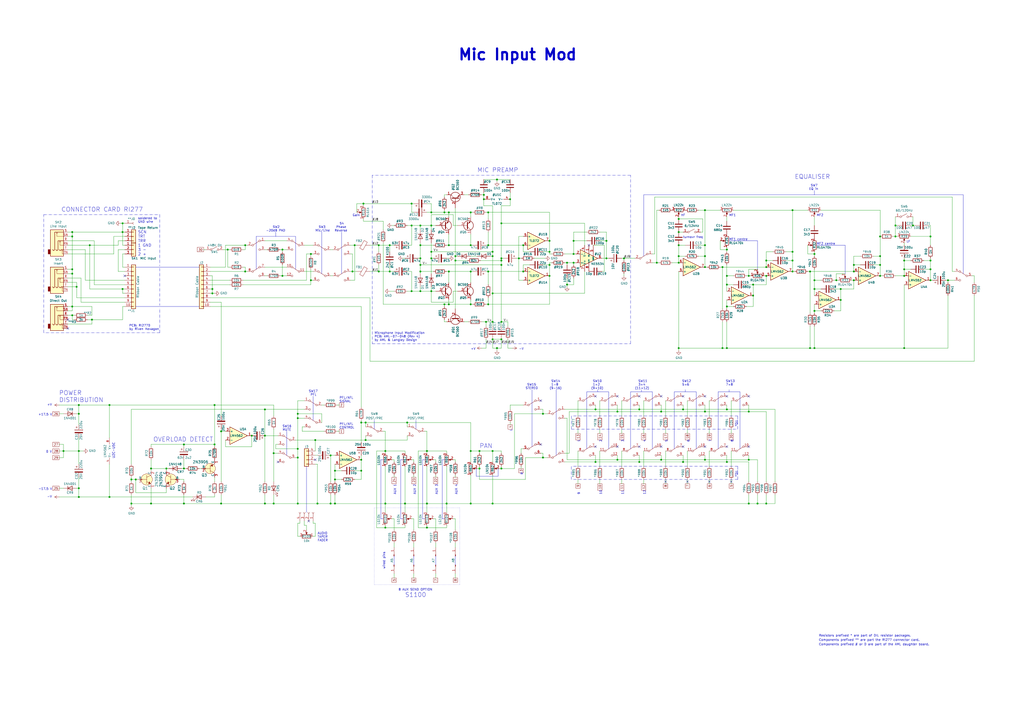
<source format=kicad_sch>
(kicad_sch (version 20230121) (generator eeschema)
  (paper "A2")
  (title_block (title "TAC Scorpion S1100 AML Langley Microphone Input Mod") (date "2022-07-01") (rev "0") (company "Riven Hexagon") (comment 1 "Circuit diagram by Riven Hexagon"))
  (junction (at 487.68 167.64))
  (junction (at 495.3 162.56))
  (junction (at 191.77 292.1))
  (junction (at 172.72 242.57))
  (junction (at 288.29 201.93))
  (junction (at 381 152.4))
  (junction (at 87.63 271.78))
  (junction (at 172.72 240.03))
  (junction (at 524.51 201.93))
  (junction (at 361.95 149.86))
  (junction (at 290.83 196.85))
  (junction (at 524.51 151.13))
  (junction (at 393.7 127))
  (junction (at 283.21 142.24))
  (junction (at 290.83 149.86))
  (junction (at 71.12 129.54))
  (junction (at 444.5 151.13))
  (junction (at 172.72 292.1))
  (junction (at 510.54 137.16))
  (junction (at 370.84 237.49))
  (junction (at 63.5 288.29))
  (junction (at 519.43 130.81))
  (junction (at 318.77 146.05))
  (junction (at 421.64 267.97))
  (junction (at 247.65 292.1))
  (junction (at 180.34 147.32))
  (junction (at 123.19 167.64))
  (junction (at 273.05 157.48))
  (junction (at 318.77 160.02))
  (junction (at 370.84 267.97))
  (junction (at 332.74 152.4))
  (junction (at 303.53 142.24))
  (junction (at 226.06 142.24))
  (junction (at 209.55 266.7))
  (junction (at 223.52 306.07))
  (junction (at 510.54 160.02))
  (junction (at 146.05 252.73))
  (junction (at 163.83 160.02))
  (junction (at 278.13 261.62))
  (junction (at 328.93 152.4))
  (junction (at 76.2 278.13))
  (junction (at 158.75 292.1))
  (junction (at 163.83 144.78))
  (junction (at 250.19 168.91))
  (junction (at 44.45 166.37))
  (junction (at 328.93 165.1))
  (junction (at 439.42 292.1))
  (junction (at 71.12 134.62))
  (junction (at 393.7 134.62))
  (junction (at 142.24 157.48))
  (junction (at 393.7 201.93))
  (junction (at 529.59 130.81))
  (junction (at 345.44 237.49))
  (junction (at 495.3 157.48))
  (junction (at 41.91 182.88))
  (junction (at 444.5 154.94))
  (junction (at 63.5 234.95))
  (junction (at 283.21 157.48))
  (junction (at 250.19 146.05))
  (junction (at 273.05 142.24))
  (junction (at 124.46 234.95))
  (junction (at 295.91 115.57))
  (junction (at 226.06 157.48))
  (junction (at 472.44 201.93))
  (junction (at 78.74 278.13))
  (junction (at 285.75 292.1))
  (junction (at 191.77 264.16))
  (junction (at 314.96 265.43))
  (junction (at 234.95 292.1))
  (junction (at 106.68 292.1))
  (junction (at 434.34 266.7))
  (junction (at 285.75 196.85))
  (junction (at 419.1 201.93))
  (junction (at 219.71 142.24))
  (junction (at 41.91 134.62))
  (junction (at 194.31 292.1))
  (junction (at 396.24 267.97))
  (junction (at 205.74 142.24))
  (junction (at 288.29 104.14))
  (junction (at 238.76 168.91))
  (junction (at 184.15 292.1))
  (junction (at 223.52 261.62))
  (junction (at 358.14 238.76))
  (junction (at 539.75 156.21))
  (junction (at 158.75 262.89))
  (junction (at 243.84 153.67))
  (junction (at 260.35 176.53))
  (junction (at 539.75 137.16))
  (junction (at 436.88 165.1))
  (junction (at 194.31 278.13))
  (junction (at 421.64 237.49))
  (junction (at 41.91 177.8))
  (junction (at 260.35 123.19))
  (junction (at 549.91 162.56))
  (junction (at 142.24 142.24))
  (junction (at 260.35 142.24))
  (junction (at 383.54 266.7))
  (junction (at 469.9 157.48))
  (junction (at 264.16 151.13))
  (junction (at 444.5 292.1))
  (junction (at 285.75 170.18))
  (junction (at 257.81 123.19))
  (junction (at 194.31 273.05))
  (junction (at 408.94 154.94))
  (junction (at 434.34 160.02))
  (junction (at 223.52 292.1))
  (junction (at 290.83 129.54))
  (junction (at 421.64 160.02))
  (junction (at 123.19 170.18))
  (junction (at 524.51 156.21))
  (junction (at 421.64 165.1))
  (junction (at 285.75 148.59))
  (junction (at 153.67 237.49))
  (junction (at 264.16 148.59))
  (junction (at 209.55 245.11))
  (junction (at 285.75 261.62))
  (junction (at 280.67 115.57))
  (junction (at 510.54 148.59))
  (junction (at 96.52 271.78))
  (junction (at 172.72 260.35))
  (junction (at 472.44 147.32))
  (junction (at 243.84 130.81))
  (junction (at 124.46 257.81))
  (junction (at 419.1 154.94))
  (junction (at 41.91 156.21))
  (junction (at 212.09 255.27))
  (junction (at 45.72 288.29))
  (junction (at 332.74 147.32))
  (junction (at 318.77 153.67))
  (junction (at 53.34 185.42))
  (junction (at 52.07 142.24))
  (junction (at 153.67 292.1))
  (junction (at 273.05 176.53))
  (junction (at 434.34 292.1))
  (junction (at 182.88 255.27))
  (junction (at 434.34 238.76))
  (junction (at 285.75 146.05))
  (junction (at 393.7 142.24))
  (junction (at 238.76 118.11))
  (junction (at 495.3 153.67))
  (junction (at 539.75 162.56))
  (junction (at 290.83 151.13))
  (junction (at 459.74 151.13))
  (junction (at 180.34 162.56))
  (junction (at 41.91 137.16))
  (junction (at 273.05 261.62))
  (junction (at 408.94 121.92))
  (junction (at 318.77 139.7))
  (junction (at 45.72 283.21))
  (junction (at 76.2 292.1))
  (junction (at 351.79 149.86))
  (junction (at 238.76 130.81))
  (junction (at 36.83 261.62))
  (junction (at 243.84 149.86))
  (junction (at 128.27 250.19))
  (junction (at 408.94 238.76))
  (junction (at 106.68 271.78))
  (junction (at 273.05 292.1))
  (junction (at 236.22 245.11))
  (junction (at 257.81 176.53))
  (junction (at 247.65 306.07))
  (junction (at 87.63 292.1))
  (junction (at 243.84 168.91))
  (junction (at 45.72 240.03))
  (junction (at 71.12 167.64))
  (junction (at 472.44 162.56))
  (junction (at 539.75 151.13))
  (junction (at 209.55 273.05))
  (junction (at 247.65 261.62))
  (junction (at 290.83 271.78))
  (junction (at 469.9 201.93))
  (junction (at 106.68 257.81))
  (junction (at 285.75 186.69))
  (junction (at 408.94 142.24))
  (junction (at 351.79 139.7))
  (junction (at 358.14 266.7))
  (junction (at 421.64 201.93))
  (junction (at 45.72 261.62))
  (junction (at 519.43 137.16))
  (junction (at 459.74 157.48))
  (junction (at 421.64 177.8))
  (junction (at 393.7 152.4))
  (junction (at 204.47 157.48))
  (junction (at 41.91 158.75))
  (junction (at 243.84 157.48))
  (junction (at 280.67 113.03))
  (junction (at 396.24 237.49))
  (junction (at 314.96 240.03))
  (junction (at 132.08 144.78))
  (junction (at 283.21 123.19))
  (junction (at 219.71 157.48))
  (junction (at 421.64 144.78))
  (junction (at 250.19 149.86))
  (junction (at 303.53 157.48))
  (junction (at 472.44 167.64))
  (junction (at 45.72 234.95))
  (junction (at 153.67 252.73))
  (junction (at 273.05 123.19))
  (junction (at 408.94 148.59))
  (junction (at 383.54 238.76))
  (junction (at 485.14 162.56))
  (junction (at 510.54 153.67))
  (junction (at 243.84 142.24))
  (junction (at 487.68 173.99))
  (junction (at 259.08 292.1))
  (junction (at 300.99 149.86))
  (junction (at 172.72 265.43))
  (junction (at 128.27 292.1))
  (junction (at 444.5 160.02))
  (junction (at 393.7 148.59))
  (junction (at 459.74 146.05))
  (junction (at 290.83 186.69))
  (junction (at 290.83 153.67))
  (junction (at 212.09 245.11))
  (junction (at 281.94 186.69))
  (junction (at 345.44 267.97))
  (junction (at 408.94 266.7))
  (junction (at 250.19 123.19))
  (junction (at 524.51 160.02))
  (junction (at 210.82 118.11))
  (junction (at 436.88 171.45))
  (junction (at 332.74 139.7))
  (junction (at 283.21 176.53))
  (junction (at 260.35 157.48))
  (junction (at 250.19 130.81))
  (junction (at 459.74 121.92))
  (junction (at 472.44 180.34))
  (junction (at 278.13 271.78))
  (no_connect (at 182.88 266.7))
  (no_connect (at 421.64 229.87))
  (no_connect (at 386.08 279.4))
  (no_connect (at 424.18 279.4))
  (no_connect (at 398.78 279.4))
  (no_connect (at 179.07 302.26))
  (no_connect (at 411.48 279.4))
  (no_connect (at 341.63 142.24))
  (no_connect (at 39.37 190.5))
  (no_connect (at 383.54 259.08))
  (no_connect (at 421.64 259.08))
  (no_connect (at 313.69 257.81))
  (no_connect (at 396.24 259.08))
  (no_connect (at 408.94 259.08))
  (no_connect (at 313.69 232.41))
  (no_connect (at 408.94 229.87))
  (no_connect (at 370.84 229.87))
  (no_connect (at 161.29 267.97))
  (no_connect (at 434.34 229.87))
  (no_connect (at 383.54 229.87))
  (no_connect (at 345.44 229.87))
  (no_connect (at 358.14 229.87))
  (no_connect (at 370.84 259.08))
  (no_connect (at 434.34 259.08))
  (no_connect (at 72.39 160.02))
  (no_connect (at 345.44 259.08))
  (no_connect (at 39.37 185.42))
  (no_connect (at 358.14 259.08))
  (no_connect (at 396.24 229.87))
  (wire (pts (xy 434.34 238.76) (xy 434.34 234.95)))
  (polyline (pts (xy 115.57 154.94) (xy 78.74 154.94)))
  (wire (pts (xy 434.34 267.97) (xy 421.64 267.97)))
  (wire (pts (xy 257.81 176.53) (xy 260.35 176.53)))
  (wire (pts (xy 396.24 264.16) (xy 396.24 267.97)))
  (wire (pts (xy 106.68 278.13) (xy 106.68 279.4)))
  (wire (pts (xy 434.34 267.97) (xy 434.34 279.4)))
  (polyline (pts (xy 166.37 264.16) (xy 166.37 250.19)))
  (wire (pts (xy 264.16 266.7) (xy 262.89 266.7)))
  (wire (pts (xy 552.45 157.48) (xy 553.72 157.48)))
  (wire (pts (xy 539.75 162.56) (xy 539.75 156.21)))
  (wire (pts (xy 411.48 270.51) (xy 411.48 261.62)))
  (wire (pts (xy 318.77 147.32) (xy 318.77 146.05)))
  (wire (pts (xy 181.61 303.53) (xy 181.61 302.26)))
  (wire (pts (xy 361.95 149.86) (xy 361.95 151.13)))
  (wire (pts (xy 223.52 306.07) (xy 218.44 306.07)))
  (wire (pts (xy 549.91 163.83) (xy 549.91 162.56)))
  (wire (pts (xy 240.03 118.11) (xy 238.76 118.11)))
  (wire (pts (xy 280.67 119.38) (xy 280.67 115.57)))
  (wire (pts (xy 212.09 255.27) (xy 236.22 255.27)))
  (wire (pts (xy 193.04 144.78) (xy 191.77 144.78)))
  (wire (pts (xy 260.35 123.19) (xy 260.35 125.73)))
  (wire (pts (xy 421.64 267.97) (xy 421.64 264.16)))
  (wire (pts (xy 214.63 142.24) (xy 219.71 142.24)))
  (wire (pts (xy 278.765 151.13) (xy 290.83 151.13)))
  (wire (pts (xy 469.9 189.23) (xy 469.9 201.93)))
  (wire (pts (xy 285.75 170.18) (xy 339.09 170.18)))
  (wire (pts (xy 524.51 156.21) (xy 524.51 151.13)))
  (wire (pts (xy 476.25 167.64) (xy 472.44 167.64)))
  (wire (pts (xy 280.67 115.57) (xy 280.67 113.03)))
  (wire (pts (xy 379.73 114.3) (xy 552.45 114.3)))
  (wire (pts (xy 303.53 260.35) (xy 302.26 260.35)))
  (wire (pts (xy 205.74 142.24) (xy 207.01 142.24)))
  (wire (pts (xy 285.75 170.18) (xy 285.75 186.69)))
  (wire (pts (xy 419.1 154.94) (xy 417.83 154.94)))
  (wire (pts (xy 469.9 181.61) (xy 469.9 157.48)))
  (wire (pts (xy 176.53 142.24) (xy 181.61 142.24)))
  (wire (pts (xy 520.7 130.81) (xy 519.43 130.81)))
  (wire (pts (xy 439.42 266.7) (xy 439.42 279.4)))
  (wire (pts (xy 393.7 152.4) (xy 393.7 148.59)))
  (wire (pts (xy 236.22 142.24) (xy 238.76 142.24)))
  (wire (pts (xy 487.68 180.34) (xy 487.68 173.99)))
  (wire (pts (xy 41.91 158.75) (xy 41.91 156.21)))
  (wire (pts (xy 373.38 248.92) (xy 373.38 251.46)))
  (wire (pts (xy 46.99 161.29) (xy 46.99 175.26)))
  (wire (pts (xy 264.16 148.59) (xy 264.16 120.65)))
  (wire (pts (xy 434.34 238.76) (xy 408.94 238.76)))
  (wire (pts (xy 223.52 262.89) (xy 223.52 261.62)))
  (wire (pts (xy 132.08 144.78) (xy 132.08 154.94)))
  (wire (pts (xy 330.2 262.89) (xy 330.2 238.76)))
  (wire (pts (xy 549.91 171.45) (xy 549.91 201.93)))
  (wire (pts (xy 421.64 179.07) (xy 421.64 177.8)))
  (wire (pts (xy 302.26 260.35) (xy 302.26 262.89)))
  (wire (pts (xy 273.05 261.62) (xy 273.05 267.97)))
  (wire (pts (xy 87.63 292.1) (xy 76.2 292.1)))
  (wire (pts (xy 204.47 157.48) (xy 204.47 147.32)))
  (wire (pts (xy 472.44 180.34) (xy 472.44 176.53)))
  (wire (pts (xy 276.86 271.78) (xy 278.13 271.78)))
  (wire (pts (xy 96.52 271.78) (xy 97.79 271.78)))
  (wire (pts (xy 368.3 149.86) (xy 361.95 149.86)))
  (wire (pts (xy 128.27 279.4) (xy 128.27 250.19)))
  (wire (pts (xy 295.91 245.11) (xy 295.91 246.38)))
  (wire (pts (xy 289.56 271.78) (xy 290.83 271.78)))
  (wire (pts (xy 386.08 278.13) (xy 386.08 280.67)))
  (wire (pts (xy 381 152.4) (xy 378.46 152.4)))
  (wire (pts (xy 242.57 149.86) (xy 243.84 149.86)))
  (polyline (pts (xy 25.4 124.46) (xy 92.71 124.46)) (stroke (width 0) (type dash_dot)))
  (wire (pts (xy 290.83 186.69) (xy 294.64 186.69)))
  (wire (pts (xy 71.12 154.94) (xy 71.12 147.32)))
  (wire (pts (xy 417.83 144.78) (xy 417.83 139.7)))
  (wire (pts (xy 240.03 266.7) (xy 238.76 266.7)))
  (wire (pts (xy 300.99 162.56) (xy 303.53 162.56)))
  (wire (pts (xy 468.63 147.32) (xy 472.44 147.32)))
  (wire (pts (xy 408.94 154.94) (xy 408.94 148.59)))
  (wire (pts (xy 358.14 266.7) (xy 383.54 266.7)))
  (wire (pts (xy 421.64 237.49) (xy 421.64 234.95)))
  (wire (pts (xy 130.81 142.24) (xy 130.81 154.94)))
  (wire (pts (xy 264.16 151.13) (xy 264.16 179.07)))
  (wire (pts (xy 262.89 175.26) (xy 262.89 168.91)))
  (wire (pts (xy 45.72 261.62) (xy 45.72 269.24)))
  (wire (pts (xy 529.59 130.81) (xy 529.59 125.73)))
  (wire (pts (xy 360.68 278.13) (xy 360.68 280.67)))
  (wire (pts (xy 45.72 240.03) (xy 45.72 234.95)))
  (wire (pts (xy 361.95 158.75) (xy 361.95 160.02)))
  (wire (pts (xy 243.84 130.81) (xy 243.84 133.35)))
  (wire (pts (xy 133.35 162.56) (xy 121.92 162.56)))
  (wire (pts (xy 191.77 292.1) (xy 194.31 292.1)))
  (wire (pts (xy 539.75 151.13) (xy 539.75 149.86)))
  (wire (pts (xy 238.76 118.11) (xy 210.82 118.11)))
  (wire (pts (xy 226.06 157.48) (xy 219.71 157.48)))
  (wire (pts (xy 142.24 154.94) (xy 142.24 157.48)))
  (wire (pts (xy 142.24 144.78) (xy 142.24 142.24)))
  (wire (pts (xy 335.28 270.51) (xy 335.28 261.62)))
  (wire (pts (xy 194.31 287.02) (xy 194.31 292.1)))
  (wire (pts (xy 250.19 124.46) (xy 250.19 130.81)))
  (wire (pts (xy 411.48 232.41) (xy 411.48 241.3)))
  (wire (pts (xy 71.12 129.54) (xy 69.85 129.54)))
  (wire (pts (xy 347.98 248.92) (xy 347.98 251.46)))
  (wire (pts (xy 186.69 245.11) (xy 186.69 240.03)))
  (wire (pts (xy 228.6 157.48) (xy 226.06 157.48)))
  (wire (pts (xy 419.1 201.93) (xy 421.64 201.93)))
  (polyline (pts (xy 427.99 278.13) (xy 427.99 270.51)) (stroke (width 0) (type dash_dot)))
  (wire (pts (xy 72.39 154.94) (xy 71.12 154.94)))
  (wire (pts (xy 304.8 278.13) (xy 278.13 278.13)))
  (wire (pts (xy 472.44 181.61) (xy 472.44 180.34)))
  (wire (pts (xy 163.83 160.02) (xy 166.37 160.02)))
  (wire (pts (xy 335.28 241.3) (xy 335.28 232.41)))
  (wire (pts (xy 313.69 237.49) (xy 314.96 237.49)))
  (wire (pts (xy 360.68 149.86) (xy 361.95 149.86)))
  (wire (pts (xy 276.86 148.59) (xy 273.05 148.59)))
  (wire (pts (xy 46.99 175.26) (xy 72.39 175.26)))
  (wire (pts (xy 449.58 287.02) (xy 449.58 292.1)))
  (wire (pts (xy 425.45 160.02) (xy 421.64 160.02)))
  (wire (pts (xy 142.24 157.48) (xy 121.92 157.48)))
  (wire (pts (xy 396.24 267.97) (xy 421.64 267.97)))
  (wire (pts (xy 283.21 123.19) (xy 283.21 127)))
  (wire (pts (xy 227.33 266.7) (xy 228.6 266.7)))
  (wire (pts (xy 228.6 266.7) (xy 228.6 267.97)))
  (wire (pts (xy 472.44 201.93) (xy 524.51 201.93)))
  (wire (pts (xy 45.72 276.86) (xy 45.72 283.21)))
  (wire (pts (xy 295.91 119.38) (xy 290.83 119.38)))
  (wire (pts (xy 328.93 266.7) (xy 328.93 242.57)))
  (wire (pts (xy 274.32 123.19) (xy 273.05 123.19)))
  (wire (pts (xy 184.15 264.16) (xy 182.88 264.16)))
  (wire (pts (xy 288.29 105.41) (xy 288.29 104.14)))
  (wire (pts (xy 44.45 166.37) (xy 39.37 166.37)))
  (wire (pts (xy 274.32 157.48) (xy 273.05 157.48)))
  (wire (pts (xy 411.48 248.92) (xy 411.48 251.46)))
  (wire (pts (xy 283.21 176.53) (xy 283.21 172.72)))
  (wire (pts (xy 259.08 292.1) (xy 259.08 297.18)))
  (wire (pts (xy 247.65 262.89) (xy 247.65 261.62)))
  (wire (pts (xy 408.94 264.16) (xy 408.94 266.7)))
  (polyline (pts (xy 241.3 248.92) (xy 241.3 243.84)))
  (wire (pts (xy 393.7 142.24) (xy 393.7 148.59)))
  (wire (pts (xy 317.5 265.43) (xy 314.96 265.43)))
  (wire (pts (xy 243.84 168.91) (xy 250.19 168.91)))
  (wire (pts (xy 539.75 137.16) (xy 539.75 142.24)))
  (wire (pts (xy 218.44 261.62) (xy 223.52 261.62)))
  (wire (pts (xy 398.78 278.13) (xy 398.78 280.67)))
  (wire (pts (xy 386.08 232.41) (xy 386.08 241.3)))
  (polyline (pts (xy 245.11 266.7) (xy 245.11 300.99)))
  (wire (pts (xy 444.5 238.76) (xy 444.5 279.4)))
  (wire (pts (xy 36.83 265.43) (xy 36.83 261.62)))
  (wire (pts (xy 238.76 118.11) (xy 238.76 123.19)))
  (wire (pts (xy 177.8 162.56) (xy 177.8 147.32)))
  (wire (pts (xy 259.08 113.03) (xy 257.81 113.03)))
  (wire (pts (xy 539.75 156.21) (xy 539.75 151.13)))
  (wire (pts (xy 468.63 147.32) (xy 468.63 142.24)))
  (wire (pts (xy 303.53 157.48) (xy 283.21 157.48)))
  (polyline (pts (xy 353.06 260.35) (xy 353.06 227.33)))
  (wire (pts (xy 240.03 307.34) (xy 240.03 300.99)))
  (wire (pts (xy 398.78 270.51) (xy 398.78 261.62)))
  (wire (pts (xy 448.31 151.13) (xy 444.5 151.13)))
  (wire (pts (xy 173.99 311.15) (xy 172.72 311.15)))
  (wire (pts (xy 36.83 240.03) (xy 34.29 240.03)))
  (wire (pts (xy 290.83 153.67) (xy 290.83 186.69)))
  (wire (pts (xy 304.8 278.13) (xy 304.8 265.43)))
  (wire (pts (xy 106.68 271.78) (xy 107.95 271.78)))
  (wire (pts (xy 71.12 170.18) (xy 71.12 167.64)))
  (wire (pts (xy 146.05 259.08) (xy 130.81 259.08)))
  (wire (pts (xy 180.34 147.32) (xy 181.61 147.32)))
  (wire (pts (xy 469.9 157.48) (xy 468.63 157.48)))
  (wire (pts (xy 87.63 257.81) (xy 87.63 259.08)))
  (wire (pts (xy 186.69 240.03) (xy 172.72 240.03)))
  (polyline (pts (xy 257.81 266.7) (xy 256.54 266.7)))
  (wire (pts (xy 264.16 148.59) (xy 264.16 151.13)))
  (wire (pts (xy 128.27 292.1) (xy 128.27 287.02)))
  (wire (pts (xy 44.45 283.21) (xy 45.72 283.21)))
  (wire (pts (xy 71.12 177.8) (xy 72.39 177.8)))
  (wire (pts (xy 273.05 292.1) (xy 285.75 292.1)))
  (wire (pts (xy 487.68 167.64) (xy 483.87 167.64)))
  (polyline (pts (xy 222.25 266.7) (xy 220.98 266.7)))
  (wire (pts (xy 290.83 261.62) (xy 290.83 262.89)))
  (polyline (pts (xy 403.86 260.35) (xy 403.86 227.33)))
  (wire (pts (xy 351.79 139.7) (xy 347.98 139.7)))
  (wire (pts (xy 303.53 234.95) (xy 295.91 234.95)))
  (wire (pts (xy 314.96 153.67) (xy 318.77 153.67)))
  (wire (pts (xy 264.16 276.86) (xy 264.16 275.59)))
  (wire (pts (xy 524.51 160.02) (xy 519.43 160.02)))
  (wire (pts (xy 234.95 292.1) (xy 223.52 292.1)))
  (wire (pts (xy 247.65 297.18) (xy 247.65 292.1)))
  (wire (pts (xy 259.08 270.51) (xy 259.08 292.1)))
  (wire (pts (xy 226.06 153.67) (xy 226.06 157.48)))
  (wire (pts (xy 444.5 292.1) (xy 449.58 292.1)))
  (polyline (pts (xy 427.99 241.3) (xy 331.47 241.3)) (stroke (width 0) (type dash_dot)))
  (wire (pts (xy 434.34 264.16) (xy 434.34 266.7)))
  (wire (pts (xy 247.65 306.07) (xy 247.65 304.8)))
  (wire (pts (xy 68.58 142.24) (xy 52.07 142.24)))
  (wire (pts (xy 549.91 162.56) (xy 548.64 162.56)))
  (wire (pts (xy 273.05 173.99) (xy 273.05 176.53)))
  (wire (pts (xy 349.25 149.86) (xy 351.79 149.86)))
  (wire (pts (xy 280.67 104.14) (xy 288.29 104.14)))
  (wire (pts (xy 44.45 240.03) (xy 45.72 240.03)))
  (wire (pts (xy 228.6 300.99) (xy 227.33 300.99)))
  (polyline (pts (xy 92.71 124.46) (xy 92.71 154.305)) (stroke (width 0) (type dash_dot)))
  (wire (pts (xy 389.89 152.4) (xy 393.7 152.4)))
  (wire (pts (xy 87.63 271.78) (xy 87.63 266.7)))
  (wire (pts (xy 240.03 300.99) (xy 238.76 300.99)))
  (polyline (pts (xy 365.76 199.39) (xy 365.76 101.6)) (stroke (width 0) (type dash_dot)))
  (wire (pts (xy 264.16 317.5) (xy 264.16 314.96)))
  (wire (pts (xy 281.94 142.24) (xy 283.21 142.24)))
  (wire (pts (xy 262.89 124.46) (xy 250.19 124.46)))
  (wire (pts (xy 106.68 257.81) (xy 87.63 257.81)))
  (wire (pts (xy 240.03 276.86) (xy 240.03 275.59)))
  (wire (pts (xy 307.34 146.05) (xy 303.53 146.05)))
  (wire (pts (xy 444.5 151.13) (xy 444.5 154.94)))
  (wire (pts (xy 234.95 297.18) (xy 234.95 292.1)))
  (polyline (pts (xy 264.16 327.66) (xy 264.16 322.58)))
  (wire (pts (xy 316.23 149.86) (xy 309.88 149.86)))
  (wire (pts (xy 273.05 142.24) (xy 273.05 135.89)))
  (wire (pts (xy 172.72 265.43) (xy 172.72 260.35)))
  (wire (pts (xy 223.52 304.8) (xy 223.52 306.07)))
  (wire (pts (xy 247.65 261.62) (xy 247.65 250.19)))
  (polyline (pts (xy 215.9 101.6) (xy 215.9 199.39)) (stroke (width 0) (type dash_dot)))
  (wire (pts (xy 273.05 176.53) (xy 260.35 176.53)))
  (wire (pts (xy 295.91 237.49) (xy 295.91 234.95)))
  (wire (pts (xy 300.99 149.86) (xy 302.26 149.86)))
  (wire (pts (xy 379.73 147.32) (xy 379.73 114.3)))
  (wire (pts (xy 304.8 265.43) (xy 314.96 265.43)))
  (wire (pts (xy 63.5 269.24) (xy 63.5 288.29)))
  (wire (pts (xy 236.22 130.81) (xy 238.76 130.81)))
  (wire (pts (xy 121.92 177.8) (xy 209.55 177.8)))
  (wire (pts (xy 219.71 142.24) (xy 219.71 146.05)))
  (wire (pts (xy 205.74 142.24) (xy 203.2 142.24)))
  (wire (pts (xy 123.19 167.64) (xy 121.92 167.64)))
  (wire (pts (xy 96.52 285.75) (xy 78.74 285.75)))
  (polyline (pts (xy 25.4 193.04) (xy 25.4 124.46)) (stroke (width 0) (type dash_dot)))
  (wire (pts (xy 214.63 172.72) (xy 214.63 209.55)))
  (wire (pts (xy 358.14 238.76) (xy 383.54 238.76)))
  (wire (pts (xy 396.24 237.49) (xy 396.24 234.95)))
  (wire (pts (xy 290.83 119.38) (xy 290.83 129.54)))
  (wire (pts (xy 203.2 162.56) (xy 205.74 162.56)))
  (wire (pts (xy 209.55 278.13) (xy 209.55 273.05)))
  (wire (pts (xy 142.24 142.24) (xy 143.51 142.24)))
  (wire (pts (xy 184.15 269.24) (xy 184.15 292.1)))
  (wire (pts (xy 264.16 307.34) (xy 264.16 300.99)))
  (wire (pts (xy 529.59 130.81) (xy 530.86 130.81)))
  (wire (pts (xy 182.88 303.53) (xy 181.61 303.53)))
  (wire (pts (xy 243.84 130.81) (xy 250.19 130.81)))
  (wire (pts (xy 353.06 149.86) (xy 351.79 149.86)))
  (wire (pts (xy 386.08 248.92) (xy 386.08 251.46)))
  (polyline (pts (xy 473.71 142.24) (xy 490.22 142.24)))
  (wire (pts (xy 290.83 271.78) (xy 290.83 270.51)))
  (wire (pts (xy 226.06 146.05) (xy 226.06 142.24)))
  (wire (pts (xy 223.52 297.18) (xy 223.52 292.1)))
  (wire (pts (xy 303.53 146.05) (xy 303.53 142.24)))
  (wire (pts (xy 124.46 276.86) (xy 124.46 279.4)))
  (wire (pts (xy 49.53 144.78) (xy 49.53 162.56)))
  (wire (pts (xy 76.2 293.37) (xy 76.2 292.1)))
  (wire (pts (xy 180.34 162.56) (xy 181.61 162.56)))
  (wire (pts (xy 66.04 147.32) (xy 39.37 147.32)))
  (wire (pts (xy 290.83 151.13) (xy 290.83 153.67)))
  (wire (pts (xy 419.1 186.69) (xy 419.1 201.93)))
  (wire (pts (xy 300.99 149.86) (xy 300.99 162.56)))
  (wire (pts (xy 345.44 264.16) (xy 345.44 267.97)))
  (wire (pts (xy 194.31 273.05) (xy 194.31 269.24)))
  (wire (pts (xy 332.74 165.1) (xy 332.74 161.29)))
  (wire (pts (xy 281.94 186.69) (xy 279.4 186.69)))
  (wire (pts (xy 72.39 137.16) (xy 66.04 137.16)))
  (polyline (pts (xy 245.11 300.99) (xy 246.38 300.99)))
  (wire (pts (xy 383.54 238.76) (xy 383.54 234.95)))
  (wire (pts (xy 39.37 161.29) (xy 46.99 161.29)))
  (wire (pts (xy 345.44 237.49) (xy 345.44 234.95)))
  (wire (pts (xy 285.75 146.05) (xy 285.75 119.38)))
  (polyline (pts (xy 256.54 266.7) (xy 256.54 300.99)))
  (wire (pts (xy 419.1 179.07) (xy 419.1 154.94)))
  (wire (pts (xy 76.2 287.02) (xy 76.2 292.1)))
  (wire (pts (xy 511.81 160.02) (xy 510.54 160.02)))
  (wire (pts (xy 264.16 267.97) (xy 264.16 266.7)))
  (wire (pts (xy 307.34 153.67) (xy 303.53 153.67)))
  (polyline (pts (xy 186.69 158.75) (xy 186.69 134.62)))
  (wire (pts (xy 252.73 275.59) (xy 252.73 276.86)))
  (wire (pts (xy 421.64 165.1) (xy 421.64 168.91)))
  (wire (pts (xy 222.25 140.97) (xy 222.25 176.53)))
  (wire (pts (xy 411.48 278.13) (xy 411.48 280.67)))
  (polyline (pts (xy 558.8 113.03) (xy 373.38 113.03)))
  (wire (pts (xy 243.84 157.48) (xy 243.84 158.75)))
  (wire (pts (xy 257.81 113.03) (xy 257.81 114.3)))
  (wire (pts (xy 196.85 250.19) (xy 195.58 250.19)))
  (wire (pts (xy 41.91 134.62) (xy 39.37 134.62)))
  (wire (pts (xy 300.99 137.16) (xy 303.53 137.16)))
  (wire (pts (xy 223.52 250.19) (xy 222.25 250.19)))
  (wire (pts (xy 318.77 123.19) (xy 318.77 139.7)))
  (polyline (pts (xy 427.99 248.92) (xy 427.99 241.3)) (stroke (width 0) (type dash_dot)))
  (wire (pts (xy 172.72 311.15) (xy 172.72 303.53)))
  (wire (pts (xy 191.77 279.4) (xy 191.77 264.16)))
  (wire (pts (xy 510.54 160.02) (xy 510.54 153.67)))
  (wire (pts (xy 71.12 134.62) (xy 72.39 134.62)))
  (wire (pts (xy 519.43 137.16) (xy 520.7 137.16)))
  (wire (pts (xy 68.58 139.7) (xy 68.58 142.24)))
  (wire (pts (xy 133.35 154.94) (xy 132.08 154.94)))
  (wire (pts (xy 421.64 160.02) (xy 421.64 153.67)))
  (wire (pts (xy 228.6 335.28) (xy 228.6 332.74)))
  (wire (pts (xy 472.44 167.64) (xy 472.44 171.45)))
  (wire (pts (xy 205.74 273.05) (xy 209.55 273.05)))
  (polyline (pts (xy 429.26 227.33) (xy 416.56 227.33)))
  (wire (pts (xy 41.91 134.62) (xy 71.12 134.62)))
  (wire (pts (xy 240.03 123.19) (xy 238.76 123.19)))
  (wire (pts (xy 173.99 303.53) (xy 173.99 302.26)))
  (wire (pts (xy 398.78 232.41) (xy 398.78 241.3)))
  (wire (pts (xy 227.33 130.81) (xy 228.6 130.81)))
  (wire (pts (xy 260.35 149.86) (xy 259.08 149.86)))
  (polyline (pts (xy 276.225 271.78) (xy 276.225 276.225)))
  (wire (pts (xy 44.45 166.37) (xy 44.45 172.72)))
  (wire (pts (xy 461.01 157.48) (xy 459.74 157.48)))
  (wire (pts (xy 251.46 142.24) (xy 243.84 142.24)))
  (polyline (pts (xy 427.99 270.51) (xy 331.47 270.51)) (stroke (width 0) (type dash_dot)))
  (wire (pts (xy 360.68 232.41) (xy 360.68 241.3)))
  (wire (pts (xy 153.67 160.02) (xy 154.94 160.02)))
  (wire (pts (xy 121.92 172.72) (xy 214.63 172.72)))
  (wire (pts (xy 358.14 234.95) (xy 358.14 238.76)))
  (wire (pts (xy 314.96 146.05) (xy 318.77 146.05)))
  (wire (pts (xy 279.4 201.93) (xy 281.94 201.93)))
  (wire (pts (xy 285.75 186.69) (xy 281.94 186.69)))
  (wire (pts (xy 71.12 185.42) (xy 71.12 177.8)))
  (wire (pts (xy 459.74 151.13) (xy 459.74 146.05)))
  (polyline (pts (xy 266.7 294.64) (xy 266.7 339.09)) (stroke (width 0) (type dot)))
  (wire (pts (xy 153.67 292.1) (xy 128.27 292.1)))
  (wire (pts (xy 106.68 259.08) (xy 106.68 257.81)))
  (wire (pts (xy 228.6 317.5) (xy 228.6 314.96)))
  (wire (pts (xy 153.67 252.73) (xy 161.29 252.73)))
  (polyline (pts (xy 558.8 158.75) (xy 558.8 113.03)))
  (wire (pts (xy 472.44 130.81) (xy 472.44 125.73)))
  (polyline (pts (xy 378.46 260.35) (xy 378.46 227.33)))
  (wire (pts (xy 318.77 152.4) (xy 320.04 152.4)))
  (wire (pts (xy 328.93 165.1) (xy 328.93 166.37)))
  (wire (pts (xy 54.61 165.1) (xy 72.39 165.1)))
  (wire (pts (xy 129.54 144.78) (xy 132.08 144.78)))
  (wire (pts (xy 96.52 283.21) (xy 96.52 285.75)))
  (wire (pts (xy 34.29 265.43) (xy 36.83 265.43)))
  (wire (pts (xy 281.94 176.53) (xy 283.21 176.53)))
  (wire (pts (xy 39.37 137.16) (xy 41.91 137.16)))
  (wire (pts (xy 510.54 121.92) (xy 476.25 121.92)))
  (wire (pts (xy 41.91 180.34) (xy 41.91 177.8)))
  (wire (pts (xy 172.72 242.57) (xy 172.72 260.35)))
  (wire (pts (xy 381 121.92) (xy 381 152.4)))
  (wire (pts (xy 273.05 157.48) (xy 260.35 157.48)))
  (wire (pts (xy 519.43 130.81) (xy 519.43 125.73)))
  (wire (pts (xy 339.09 129.54) (xy 339.09 142.24)))
  (wire (pts (xy 128.27 248.92) (xy 128.27 250.19)))
  (wire (pts (xy 222.25 176.53) (xy 257.81 176.53)))
  (wire (pts (xy 228.6 142.24) (xy 226.06 142.24)))
  (wire (pts (xy 407.67 127) (xy 407.67 134.62)))
  (wire (pts (xy 370.84 237.49) (xy 370.84 234.95)))
  (wire (pts (xy 281.94 123.19) (xy 283.21 123.19)))
  (wire (pts (xy 373.38 232.41) (xy 373.38 241.3)))
  (wire (pts (xy 280.67 111.76) (xy 280.67 113.03)))
  (wire (pts (xy 524.51 165.1) (xy 524.51 201.93)))
  (wire (pts (xy 191.77 292.1) (xy 191.77 287.02)))
  (wire (pts (xy 247.65 292.1) (xy 234.95 292.1)))
  (wire (pts (xy 53.34 185.42) (xy 50.8 185.42)))
  (wire (pts (xy 128.27 241.3) (xy 128.27 175.26)))
  (wire (pts (xy 405.13 121.92) (xy 408.94 121.92)))
  (wire (pts (xy 285.75 146.05) (xy 250.19 146.05)))
  (wire (pts (xy 290.83 201.93) (xy 288.29 201.93)))
  (wire (pts (xy 182.88 311.15) (xy 182.88 303.53)))
  (wire (pts (xy 76.2 278.13) (xy 76.2 279.4)))
  (wire (pts (xy 424.18 270.51) (xy 424.18 261.62)))
  (wire (pts (xy 332.74 153.67) (xy 332.74 152.4)))
  (wire (pts (xy 327.66 147.32) (xy 332.74 147.32)))
  (wire (pts (xy 528.32 137.16) (xy 539.75 137.16)))
  (wire (pts (xy 252.73 317.5) (xy 252.73 314.96)))
  (wire (pts (xy 63.5 288.29) (xy 111.76 288.29)))
  (wire (pts (xy 524.51 151.13) (xy 524.51 149.86)))
  (wire (pts (xy 264.16 151.13) (xy 271.145 151.13)))
  (wire (pts (xy 345.44 237.49) (xy 370.84 237.49)))
  (wire (pts (xy 191.77 160.02) (xy 193.04 160.02)))
  (wire (pts (xy 128.27 250.19) (xy 130.81 250.19)))
  (wire (pts (xy 444.5 146.05) (xy 448.31 146.05)))
  (wire (pts (xy 459.74 151.13) (xy 455.93 151.13)))
  (wire (pts (xy 410.21 154.94) (xy 408.94 154.94)))
  (wire (pts (xy 162.56 160.02) (xy 163.83 160.02)))
  (wire (pts (xy 439.42 292.1) (xy 439.42 287.02)))
  (wire (pts (xy 499.11 153.67) (xy 495.3 153.67)))
  (wire (pts (xy 71.12 129.54) (xy 71.12 134.62)))
  (wire (pts (xy 436.88 177.8) (xy 436.88 171.45)))
  (wire (pts (xy 335.28 278.13) (xy 335.28 280.67)))
  (wire (pts (xy 476.25 180.34) (xy 472.44 180.34)))
  (wire (pts (xy 292.1 149.86) (xy 290.83 149.86)))
  (wire (pts (xy 290.83 189.23) (xy 290.83 186.69)))
  (wire (pts (xy 44.45 163.83) (xy 44.45 166.37)))
  (wire (pts (xy 273.05 123.19) (xy 260.35 123.19)))
  (wire (pts (xy 434.34 238.76) (xy 444.5 238.76)))
  (wire (pts (xy 198.12 278.13) (xy 194.31 278.13)))
  (wire (pts (xy 71.12 147.32) (xy 72.39 147.32)))
  (wire (pts (xy 495.3 162.56) (xy 495.3 167.64)))
  (wire (pts (xy 41.91 137.16) (xy 41.91 156.21)))
  (polyline (pts (xy 217.17 294.64) (xy 266.7 294.64)) (stroke (width 0) (type dot)))
  (wire (pts (xy 226.06 142.24) (xy 219.71 142.24)))
  (polyline (pts (xy 246.38 266.7) (xy 245.11 266.7)))
  (wire (pts (xy 247.65 261.62) (xy 242.57 261.62)))
  (wire (pts (xy 234.95 262.89) (xy 234.95 261.62)))
  (wire (pts (xy 45.72 254) (xy 45.72 261.62)))
  (wire (pts (xy 243.84 140.97) (xy 243.84 142.24)))
  (wire (pts (xy 87.63 273.05) (xy 87.63 271.78)))
  (wire (pts (xy 459.74 146.05) (xy 455.93 146.05)))
  (wire (pts (xy 295.91 115.57) (xy 295.91 119.38)))
  (wire (pts (xy 172.72 292.1) (xy 158.75 292.1)))
  (polyline (pts (xy 422.91 227.33) (xy 422.91 226.06)))
  (wire (pts (xy 252.73 335.28) (xy 252.73 332.74)))
  (wire (pts (xy 182.88 255.27) (xy 171.45 255.27)))
  (wire (pts (xy 182.88 261.62) (xy 182.88 255.27)))
  (polyline (pts (xy 256.54 300.99) (xy 257.81 300.99)))
  (wire (pts (xy 71.12 142.24) (xy 71.12 134.62)))
  (wire (pts (xy 358.14 264.16) (xy 358.14 266.7)))
  (wire (pts (xy 143.51 157.48) (xy 142.24 157.48)))
  (wire (pts (xy 383.54 266.7) (xy 408.94 266.7)))
  (wire (pts (xy 210.82 118.11) (xy 207.01 118.11)))
  (wire (pts (xy 172.72 232.41) (xy 176.53 232.41)))
  (wire (pts (xy 153.67 279.4) (xy 153.67 252.73)))
  (wire (pts (xy 251.46 149.86) (xy 250.19 149.86)))
  (wire (pts (xy 396.24 237.49) (xy 370.84 237.49)))
  (wire (pts (xy 303.53 153.67) (xy 303.53 157.48)))
  (wire (pts (xy 288.29 104.14) (xy 295.91 104.14)))
  (wire (pts (xy 417.83 144.78) (xy 421.64 144.78)))
  (wire (pts (xy 421.64 237.49) (xy 449.58 237.49)))
  (wire (pts (xy 434.34 292.1) (xy 434.34 287.02)))
  (wire (pts (xy 106.68 292.1) (xy 87.63 292.1)))
  (wire (pts (xy 54.61 139.7) (xy 54.61 165.1)))
  (wire (pts (xy 212.09 252.73) (xy 212.09 255.27)))
  (wire (pts (xy 257.81 123.19) (xy 250.19 123.19)))
  (wire (pts (xy 43.18 185.42) (xy 41.91 185.42)))
  (wire (pts (xy 444.5 165.1) (xy 436.88 165.1)))
  (wire (pts (xy 444.5 160.02) (xy 444.5 165.1)))
  (wire (pts (xy 72.39 170.18) (xy 71.12 170.18)))
  (wire (pts (xy 539.75 130.81) (xy 538.48 130.81)))
  (wire (pts (xy 39.37 158.75) (xy 41.91 158.75)))
  (wire (pts (xy 318.77 176.53) (xy 318.77 160.02)))
  (wire (pts (xy 271.78 186.69) (xy 269.24 186.69)))
  (wire (pts (xy 130.81 259.08) (xy 130.81 255.27)))
  (wire (pts (xy 240.03 267.97) (xy 240.03 266.7)))
  (wire (pts (xy 398.78 248.92) (xy 398.78 251.46)))
  (wire (pts (xy 280.67 113.03) (xy 279.4 113.03)))
  (wire (pts (xy 444.5 154.94) (xy 419.1 154.94)))
  (wire (pts (xy 53.34 177.8) (xy 41.91 177.8)))
  (wire (pts (xy 262.89 168.91) (xy 265.43 168.91)))
  (wire (pts (xy 298.45 271.78) (xy 290.83 271.78)))
  (wire (pts (xy 535.94 156.21) (xy 539.75 156.21)))
  (wire (pts (xy 160.02 260.35) (xy 172.72 260.35)))
  (wire (pts (xy 424.18 248.92) (xy 424.18 251.46)))
  (wire (pts (xy 283.21 176.53) (xy 318.77 176.53)))
  (wire (pts (xy 327.66 237.49) (xy 345.44 237.49)))
  (wire (pts (xy 405.13 142.24) (xy 408.94 142.24)))
  (wire (pts (xy 71.12 167.64) (xy 72.39 167.64)))
  (wire (pts (xy 281.94 157.48) (xy 283.21 157.48)))
  (wire (pts (xy 408.94 238.76) (xy 383.54 238.76)))
  (wire (pts (xy 194.31 278.13) (xy 194.31 273.05)))
  (wire (pts (xy 175.26 250.19) (xy 175.26 247.65)))
  (wire (pts (xy 50.8 182.88) (xy 53.34 182.88)))
  (polyline (pts (xy 181.61 243.84) (xy 181.61 229.87)))
  (wire (pts (xy 510.54 148.59) (xy 506.73 148.59)))
  (wire (pts (xy 393.7 127) (xy 393.7 125.73)))
  (wire (pts (xy 161.29 257.81) (xy 160.02 257.81)))
  (wire (pts (xy 250.19 146.05) (xy 250.19 149.86)))
  (wire (pts (xy 524.51 160.02) (xy 524.51 156.21)))
  (wire (pts (xy 124.46 288.29) (xy 119.38 288.29)))
  (polyline (pts (xy 171.45 137.16) (xy 171.45 156.21)))
  (wire (pts (xy 204.47 147.32) (xy 203.2 147.32)))
  (wire (pts (xy 250.19 140.97) (xy 250.19 146.05)))
  (wire (pts (xy 494.03 162.56) (xy 495.3 162.56)))
  (wire (pts (xy 240.03 317.5) (xy 240.03 314.96)))
  (wire (pts (xy 285.75 148.59) (xy 285.75 170.18)))
  (wire (pts (xy 444.5 151.13) (xy 444.5 146.05)))
  (wire (pts (xy 294.64 186.69) (xy 294.64 189.23)))
  (wire (pts (xy 207.01 118.11) (xy 207.01 123.19)))
  (wire (pts (xy 273.05 261.62) (xy 278.13 261.62)))
  (wire (pts (xy 350.52 142.24) (xy 344.17 142.24)))
  (polyline (pts (xy 220.98 266.7) (xy 220.98 300.99)))
  (wire (pts (xy 124.46 234.95) (xy 158.75 234.95)))
  (wire (pts (xy 53.34 182.88) (xy 53.34 177.8)))
  (wire (pts (xy 294.64 201.93) (xy 294.64 196.85)))
  (wire (pts (xy 209.55 273.05) (xy 209.55 266.7)))
  (wire (pts (xy 393.7 203.2) (xy 393.7 201.93)))
  (wire (pts (xy 408.94 142.24) (xy 408.94 121.92)))
  (wire (pts (xy 176.53 304.8) (xy 177.8 304.8)))
  (wire (pts (xy 260.35 142.24) (xy 273.05 142.24)))
  (wire (pts (xy 360.68 270.51) (xy 360.68 261.62)))
  (polyline (pts (xy 472.44 113.03) (xy 472.44 110.49)))
  (wire (pts (xy 278.13 261.62) (xy 278.13 262.89)))
  (wire (pts (xy 283.21 157.48) (xy 283.21 165.1)))
  (polyline (pts (xy 198.12 158.75) (xy 198.12 134.62)))
  (wire (pts (xy 39.37 180.34) (xy 41.91 180.34)))
  (polyline (pts (xy 160.02 134.62) (xy 160.02 137.16)))
  (wire (pts (xy 238.76 130.81) (xy 243.84 130.81)))
  (wire (pts (xy 124.46 259.08) (xy 124.46 257.81)))
  (wire (pts (xy 472.44 162.56) (xy 472.44 167.64)))
  (wire (pts (xy 124.46 257.81) (xy 106.68 257.81)))
  (wire (pts (xy 303.53 142.24) (xy 283.21 142.24)))
  (polyline (pts (xy 232.41 266.7) (xy 232.41 300.99)))
  (wire (pts (xy 172.72 265.43) (xy 172.72 292.1)))
  (wire (pts (xy 257.81 177.8) (xy 257.81 176.53)))
  (polyline (pts (xy 353.06 227.33) (xy 340.36 227.33)))
  (wire (pts (xy 177.8 304.8) (xy 177.8 307.34)))
  (wire (pts (xy 158.75 248.92) (xy 158.75 262.89)))
  (wire (pts (xy 161.29 262.89) (xy 158.75 262.89)))
  (polyline (pts (xy 228.6 327.66) (xy 228.6 322.58)))
  (polyline (pts (xy 322.58 264.16) (xy 322.58 226.06)))
  (polyline (pts (xy 373.38 113.03) (xy 373.38 148.59)))
  (wire (pts (xy 72.39 139.7) (xy 68.58 139.7)))
  (wire (pts (xy 39.37 142.24) (xy 52.07 142.24)))
  (wire (pts (xy 553.72 162.56) (xy 549.91 162.56)))
  (wire (pts (xy 510.54 153.67) (xy 506.73 153.67)))
  (wire (pts (xy 518.16 137.16) (xy 519.43 137.16)))
  (wire (pts (xy 162.56 144.78) (xy 163.83 144.78)))
  (wire (pts (xy 539.75 151.13) (xy 535.94 151.13)))
  (wire (pts (xy 327.66 262.89) (xy 330.2 262.89)))
  (wire (pts (xy 250.19 175.26) (xy 250.19 168.91)))
  (wire (pts (xy 433.07 160.02) (xy 434.34 160.02)))
  (wire (pts (xy 565.15 209.55) (xy 565.15 171.45)))
  (wire (pts (xy 182.88 255.27) (xy 212.09 255.27)))
  (wire (pts (xy 285.75 196.85) (xy 290.83 196.85)))
  (wire (pts (xy 175.26 247.65) (xy 176.53 247.65)))
  (wire (pts (xy 285.75 186.69) (xy 285.75 189.23)))
  (wire (pts (xy 349.25 157.48) (xy 350.52 157.48)))
  (wire (pts (xy 209.55 264.16) (xy 209.55 266.7)))
  (wire (pts (xy 288.29 201.93) (xy 288.29 203.2)))
  (wire (pts (xy 63.5 254) (xy 63.5 234.95)))
  (wire (pts (xy 260.35 123.19) (xy 257.81 123.19)))
  (wire (pts (xy 87.63 283.21) (xy 87.63 292.1)))
  (polyline (pts (xy 215.9 199.39) (xy 365.76 199.39)) (stroke (width 0) (type dash_dot)))
  (wire (pts (xy 123.19 160.02) (xy 121.92 160.02)))
  (wire (pts (xy 386.08 270.51) (xy 386.08 261.62)))
  (wire (pts (xy 449.58 237.49) (xy 449.58 279.4)))
  (wire (pts (xy 425.45 165.1) (xy 421.64 165.1)))
  (wire (pts (xy 260.35 135.89) (xy 260.35 142.24)))
  (wire (pts (xy 285.75 201.93) (xy 288.29 201.93)))
  (wire (pts (xy 495.3 167.64) (xy 487.68 167.64)))
  (wire (pts (xy 52.07 167.64) (xy 71.12 167.64)))
  (wire (pts (xy 52.07 142.24) (xy 52.07 167.64)))
  (wire (pts (xy 472.44 162.56) (xy 472.44 156.21)))
  (wire (pts (xy 176.53 157.48) (xy 181.61 157.48)))
  (wire (pts (xy 252.73 130.81) (xy 250.19 130.81)))
  (wire (pts (xy 153.67 252.73) (xy 153.67 237.49)))
  (wire (pts (xy 347.98 270.51) (xy 347.98 261.62)))
  (wire (pts (xy 251.46 266.7) (xy 252.73 266.7)))
  (wire (pts (xy 408.94 142.24) (xy 408.94 148.59)))
  (wire (pts (xy 250.19 149.86) (xy 250.19 158.75)))
  (wire (pts (xy 528.32 156.21) (xy 524.51 156.21)))
  (wire (pts (xy 160.02 257.81) (xy 160.02 260.35)))
  (wire (pts (xy 283.21 142.24) (xy 283.21 134.62)))
  (wire (pts (xy 250.19 130.81) (xy 250.19 133.35)))
  (wire (pts (xy 196.85 234.95) (xy 195.58 234.95)))
  (wire (pts (xy 43.18 182.88) (xy 41.91 182.88)))
  (wire (pts (xy 228.6 307.34) (xy 228.6 300.99)))
  (wire (pts (xy 252.73 307.34) (xy 252.73 300.99)))
  (wire (pts (xy 238.76 168.91) (xy 243.84 168.91)))
  (wire (pts (xy 285.75 292.1) (xy 285.75 275.59)))
  (wire (pts (xy 128.27 292.1) (xy 106.68 292.1)))
  (wire (pts (xy 314.96 262.89) (xy 314.96 265.43)))
  (wire (pts (xy 176.53 237.49) (xy 153.67 237.49)))
  (wire (pts (xy 243.84 149.86) (xy 243.84 153.67)))
  (wire (pts (xy 140.97 154.94) (xy 142.24 154.94)))
  (wire (pts (xy 68.58 157.48) (xy 68.58 144.78)))
  (wire (pts (xy 247.65 270.51) (xy 247.65 292.1)))
  (wire (pts (xy 123.19 170.18) (xy 121.92 170.18)))
  (wire (pts (xy 252.73 266.7) (xy 252.73 267.97)))
  (wire (pts (xy 259.08 306.07) (xy 259.08 304.8)))
  (polyline (pts (xy 276.225 276.225) (xy 288.925 276.225)))
  (wire (pts (xy 487.68 173.99) (xy 487.68 167.64)))
  (wire (pts (xy 180.34 165.1) (xy 180.34 162.56)))
  (wire (pts (xy 459.74 146.05) (xy 459.74 121.92)))
  (wire (pts (xy 434.34 156.21) (xy 434.34 160.02)))
  (wire (pts (xy 259.08 186.69) (xy 257.81 186.69)))
  (wire (pts (xy 340.36 134.62) (xy 332.74 134.62)))
  (wire (pts (xy 260.35 163.83) (xy 260.35 157.48)))
  (wire (pts (xy 421.64 160.02) (xy 421.64 165.1)))
  (wire (pts (xy 163.83 144.78) (xy 166.37 144.78)))
  (wire (pts (xy 184.15 292.1) (xy 172.72 292.1)))
  (wire (pts (xy 176.53 302.26) (xy 176.53 304.8)))
  (wire (pts (xy 158.75 241.3) (xy 158.75 234.95)))
  (polyline (pts (xy 340.36 260.35) (xy 340.36 227.33)))
  (wire (pts (xy 383.54 264.16) (xy 383.54 266.7)))
  (wire (pts (xy 524.51 201.93) (xy 549.91 201.93)))
  (wire (pts (xy 332.74 147.32) (xy 332.74 139.7)))
  (wire (pts (xy 318.77 146.05) (xy 318.77 139.7)))
  (polyline (pts (xy 416.56 260.35) (xy 416.56 227.33)))
  (wire (pts (xy 259.08 261.62) (xy 247.65 261.62)))
  (wire (pts (xy 257.81 121.92) (xy 257.81 123.19)))
  (wire (pts (xy 421.64 186.69) (xy 421.64 201.93)))
  (wire (pts (xy 238.76 157.48) (xy 238.76 168.91)))
  (wire (pts (xy 299.72 149.86) (xy 300.99 149.86)))
  (polyline (pts (xy 403.86 227.33) (xy 391.16 227.33)))
  (wire (pts (xy 105.41 271.78) (xy 106.68 271.78)))
  (wire (pts (xy 541.02 162.56) (xy 539.75 162.56)))
  (wire (pts (xy 260.35 157.48) (xy 259.08 157.48)))
  (polyline (pts (xy 365.76 260.35) (xy 365.76 227.33)))
  (wire (pts (xy 66.04 137.16) (xy 66.04 147.32)))
  (polyline (pts (xy 397.51 227.33) (xy 397.51 226.06)))
  (wire (pts (xy 78.74 278.13) (xy 80.01 278.13)))
  (wire (pts (xy 434.34 266.7) (xy 439.42 266.7)))
  (wire (pts (xy 153.67 144.78) (xy 154.94 144.78)))
  (wire (pts (xy 39.37 163.83) (xy 44.45 163.83)))
  (wire (pts (xy 425.45 177.8) (xy 421.64 177.8)))
  (wire (pts (xy 283.21 123.19) (xy 318.77 123.19)))
  (wire (pts (xy 397.51 142.24) (xy 393.7 142.24)))
  (wire (pts (xy 250.19 168.91) (xy 250.19 166.37)))
  (wire (pts (xy 421.64 128.27) (xy 421.64 125.73)))
  (wire (pts (xy 236.22 245.11) (xy 273.05 245.11)))
  (wire (pts (xy 41.91 182.88) (xy 39.37 182.88)))
  (wire (pts (xy 328.93 152.4) (xy 332.74 152.4)))
  (wire (pts (xy 495.3 157.48) (xy 469.9 157.48)))
  (wire (pts (xy 328.93 266.7) (xy 358.14 266.7)))
  (wire (pts (xy 45.72 234.95) (xy 63.5 234.95)))
  (wire (pts (xy 436.88 171.45) (xy 436.88 165.1)))
  (wire (pts (xy 187.96 234.95) (xy 186.69 234.95)))
  (wire (pts (xy 483.87 180.34) (xy 487.68 180.34)))
  (wire (pts (xy 234.95 270.51) (xy 234.95 292.1)))
  (wire (pts (xy 45.72 283.21) (xy 45.72 288.29)))
  (wire (pts (xy 524.51 140.97) (xy 524.51 142.24)))
  (wire (pts (xy 318.77 147.32) (xy 320.04 147.32)))
  (wire (pts (xy 252.73 168.91) (xy 250.19 168.91)))
  (wire (pts (xy 318.77 153.67) (xy 318.77 160.02)))
  (wire (pts (xy 142.24 142.24) (xy 130.81 142.24)))
  (polyline (pts (xy 252.73 327.66) (xy 252.73 322.58)))
  (wire (pts (xy 417.83 121.92) (xy 408.94 121.92)))
  (wire (pts (xy 104.14 278.13) (xy 106.68 278.13)))
  (wire (pts (xy 172.72 240.03) (xy 172.72 232.41)))
  (wire (pts (xy 223.52 270.51) (xy 223.52 292.1)))
  (polyline (pts (xy 391.16 260.35) (xy 391.16 227.33)))
  (wire (pts (xy 36.83 283.21) (xy 34.29 283.21)))
  (wire (pts (xy 214.63 209.55) (xy 565.15 209.55)))
  (wire (pts (xy 45.72 234.95) (xy 34.29 234.95)))
  (wire (pts (xy 238.76 142.24) (xy 238.76 130.81)))
  (wire (pts (xy 228.6 275.59) (xy 228.6 276.86)))
  (polyline (pts (xy 232.41 300.99) (xy 233.68 300.99)))
  (wire (pts (xy 242.57 261.62) (xy 242.57 306.07)))
  (wire (pts (xy 459.74 121.92) (xy 425.45 121.92)))
  (wire (pts (xy 495.3 148.59) (xy 499.11 148.59)))
  (wire (pts (xy 351.79 149.86) (xy 351.79 139.7)))
  (wire (pts (xy 153.67 237.49) (xy 76.2 237.49)))
  (wire (pts (xy 421.64 144.78) (xy 421.64 143.51)))
  (wire (pts (xy 132.08 144.78) (xy 133.35 144.78)))
  (wire (pts (xy 273.05 163.83) (xy 273.05 157.48)))
  (polyline (pts (xy 331.47 248.92) (xy 427.99 248.92)) (stroke (width 0) (type dash_dot)))
  (wire (pts (xy 123.19 167.64) (xy 123.19 160.02)))
  (polyline (pts (xy 217.17 248.92) (xy 217.17 243.84)))
  (wire (pts (xy 295.91 111.76) (xy 295.91 115.57)))
  (wire (pts (xy 72.39 157.48) (xy 68.58 157.48)))
  (wire (pts (xy 259.08 292.1) (xy 247.65 292.1)))
  (wire (pts (xy 209.55 236.22) (xy 209.55 177.8)))
  (wire (pts (xy 243.84 142.24) (xy 243.84 149.86)))
  (wire (pts (xy 140.97 162.56) (xy 177.8 162.56)))
  (wire (pts (xy 252.73 300.99) (xy 251.46 300.99)))
  (wire (pts (xy 116.84 271.78) (xy 115.57 271.78)))
  (wire (pts (xy 351.79 139.7) (xy 351.79 134.62)))
  (wire (pts (xy 332.74 147.32) (xy 334.01 147.32)))
  (wire (pts (xy 421.64 146.05) (xy 421.64 144.78)))
  (polyline (pts (xy 346.71 227.33) (xy 346.71 226.06)))
  (wire (pts (xy 285.75 119.38) (xy 280.67 119.38)))
  (wire (pts (xy 184.15 292.1) (xy 191.77 292.1)))
  (wire (pts (xy 121.92 175.26) (xy 128.27 175.26)))
  (wire (pts (xy 223.52 261.62) (xy 223.52 250.19)))
  (wire (pts (xy 290.83 196.85) (xy 290.83 201.93)))
  (wire (pts (xy 177.8 147.32) (xy 180.34 147.32)))
  (wire (pts (xy 290.83 129.54) (xy 339.09 129.54)))
  (wire (pts (xy 298.45 240.03) (xy 314.96 240.03)))
  (wire (pts (xy 345.44 267.97) (xy 370.84 267.97)))
  (wire (pts (xy 332.74 134.62) (xy 332.74 139.7)))
  (polyline (pts (xy 422.91 139.7) (xy 439.42 139.7)))
  (wire (pts (xy 123.19 170.18) (xy 123.19 167.64)))
  (wire (pts (xy 78.74 285.75) (xy 78.74 278.13)))
  (polyline (pts (xy 288.925 276.225) (xy 288.925 271.78)))
  (wire (pts (xy 370.84 264.16) (xy 370.84 267.97)))
  (wire (pts (xy 72.39 129.54) (xy 71.12 129.54)))
  (wire (pts (xy 198.12 273.05) (xy 194.31 273.05)))
  (wire (pts (xy 421.64 177.8) (xy 421.64 173.99)))
  (wire (pts (xy 118.11 144.78) (xy 119.38 144.78)))
  (wire (pts (xy 317.5 240.03) (xy 314.96 240.03)))
  (wire (pts (xy 444.5 287.02) (xy 444.5 292.1)))
  (wire (pts (xy 468.63 121.92) (xy 459.74 121.92)))
  (polyline (pts (xy 148.59 137.16) (xy 148.59 156.21)))
  (wire (pts (xy 153.67 139.7) (xy 166.37 139.7)))
  (wire (pts (xy 285.75 146.05) (xy 285.75 148.59)))
  (wire (pts (xy 87.63 271.78) (xy 96.52 271.78)))
  (wire (pts (xy 45.72 288.29) (xy 63.5 288.29)))
  (wire (pts (xy 53.34 185.42) (xy 71.12 185.42)))
  (polyline (pts (xy 427.99 278.13) (xy 331.47 278.13)) (stroke (width 0) (type dash_dot)))
  (wire (pts (xy 378.46 147.32) (xy 379.73 147.32)))
  (wire (pts (xy 153.67 292.1) (xy 153.67 287.02)))
  (wire (pts (xy 236.22 157.48) (xy 238.76 157.48)))
  (wire (pts (xy 238.76 168.91) (xy 236.22 168.91)))
  (wire (pts (xy 39.37 156.21) (xy 41.91 156.21)))
  (wire (pts (xy 328.93 242.57) (xy 327.66 242.57)))
  (wire (pts (xy 36.83 261.62) (xy 45.72 261.62)))
  (wire (pts (xy 328.93 165.1) (xy 332.74 165.1)))
  (wire (pts (xy 485.14 158.75) (xy 485.14 162.56)))
  (wire (pts (xy 373.38 278.13) (xy 373.38 280.67)))
  (wire (pts (xy 408.94 266.7) (xy 434.34 266.7)))
  (wire (pts (xy 396.24 134.62) (xy 393.7 134.62)))
  (wire (pts (xy 240.03 332.74) (xy 240.03 335.28)))
  (polyline (pts (xy 240.03 322.58) (xy 240.03 327.66)))
  (wire (pts (xy 236.22 252.73) (xy 236.22 255.27)))
  (wire (pts (xy 264.16 332.74) (xy 264.16 335.28)))
  (wire (pts (xy 347.98 232.41) (xy 347.98 241.3)))
  (wire (pts (xy 124.46 287.02) (xy 124.46 288.29)))
  (wire (pts (xy 36.83 261.62) (xy 36.83 257.81)))
  (wire (pts (xy 510.54 137.16) (xy 510.54 121.92)))
  (wire (pts (xy 45.72 261.62) (xy 48.26 261.62)))
  (wire (pts (xy 39.37 187.96) (xy 53.34 187.96)))
  (polyline (pts (xy 92.71 193.04) (xy 92.71 178.435)) (stroke (width 0) (type dash_dot)))
  (wire (pts (xy 210.82 118.11) (xy 210.82 119.38)))
  (wire (pts (xy 278.13 261.62) (xy 285.75 261.62)))
  (wire (pts (xy 528.32 130.81) (xy 529.59 130.81)))
  (wire (pts (xy 483.87 162.56) (xy 485.14 162.56)))
  (wire (pts (xy 236.22 247.65) (xy 236.22 245.11)))
  (wire (pts (xy 214.63 157.48) (xy 219.71 157.48)))
  (wire (pts (xy 332.74 152.4) (xy 334.01 152.4)))
  (wire (pts (xy 41.91 177.8) (xy 41.91 158.75)))
  (wire (pts (xy 222.25 133.35) (xy 222.25 128.27)))
  (wire (pts (xy 495.3 153.67) (xy 495.3 148.59)))
  (wire (pts (xy 436.88 165.1) (xy 433.07 165.1)))
  (polyline (pts (xy 220.98 300.99) (xy 222.25 300.99)))
  (wire (pts (xy 565.15 163.83) (xy 565.15 160.02)))
  (wire (pts (xy 273.05 292.1) (xy 273.05 275.59)))
  (wire (pts (xy 194.31 264.16) (xy 191.77 264.16)))
  (wire (pts (xy 251.46 157.48) (xy 243.84 157.48)))
  (wire (pts (xy 140.97 144.78) (xy 142.24 144.78)))
  (wire (pts (xy 209.55 256.54) (xy 209.55 245.11)))
  (wire (pts (xy 68.58 144.78) (xy 72.39 144.78)))
  (polyline (pts (xy 439.42 139.7) (xy 439.42 156.21)))
  (wire (pts (xy 407.67 134.62) (xy 406.4 134.62)))
  (wire (pts (xy 233.68 149.86) (xy 234.95 149.86)))
  (wire (pts (xy 519.43 137.16) (xy 519.43 130.81)))
  (wire (pts (xy 274.32 176.53) (xy 273.05 176.53)))
  (wire (pts (xy 328.93 153.67) (xy 328.93 152.4)))
  (wire (pts (xy 439.42 156.21) (xy 434.34 156.21)))
  (wire (pts (xy 298.45 240.03) (xy 298.45 271.78)))
  (wire (pts (xy 424.18 232.41) (xy 424.18 241.3)))
  (wire (pts (xy 121.92 165.1) (xy 133.35 165.1)))
  (wire (pts (xy 63.5 234.95) (xy 124.46 234.95)))
  (wire (pts (xy 327.66 267.97) (xy 345.44 267.97)))
  (wire (pts (xy 234.95 306.07) (xy 234.95 304.8)))
  (polyline (pts (xy 148.59 137.16) (xy 171.45 137.16)))
  (wire (pts (xy 44.45 172.72) (xy 72.39 172.72)))
  (wire (pts (xy 172.72 303.53) (xy 173.99 303.53)))
  (wire (pts (xy 247.65 250.19) (xy 246.38 250.19)))
  (wire (pts (xy 408.94 148.59) (xy 405.13 148.59)))
  (wire (pts (xy 176.53 242.57) (xy 172.72 242.57)))
  (polyline (pts (xy 92.71 193.04) (xy 25.4 193.04)) (stroke (width 0) (type dash_dot)))
  (wire (pts (xy 370.84 267.97) (xy 396.24 267.97)))
  (wire (pts (xy 382.27 152.4) (xy 381 152.4)))
  (wire (pts (xy 212.09 245.11) (xy 209.55 245.11)))
  (wire (pts (xy 360.68 248.92) (xy 360.68 251.46)))
  (wire (pts (xy 140.97 165.1) (xy 180.34 165.1)))
  (wire (pts (xy 171.45 265.43) (xy 172.72 265.43)))
  (wire (pts (xy 180.34 156.21) (xy 180.34 162.56)))
  (wire (pts (xy 510.54 137.16) (xy 510.54 148.59)))
  (wire (pts (xy 565.15 160.02) (xy 563.88 160.02)))
  (wire (pts (xy 318.77 153.67) (xy 318.77 152.4)))
  (wire (pts (xy 209.55 245.11) (xy 209.55 243.84)))
  (wire (pts (xy 163.83 146.05) (xy 163.83 144.78)))
  (wire (pts (xy 243.84 153.67) (xy 243.84 157.48)))
  (wire (pts (xy 76.2 278.13) (xy 78.74 278.13)))
  (wire (pts (xy 219.71 157.48) (xy 219.71 153.67)))
  (wire (pts (xy 328.93 161.29) (xy 328.93 165.1)))
  (wire (pts (xy 223.52 292.1) (xy 194.31 292.1)))
  (wire (pts (xy 459.74 157.48) (xy 459.74 151.13)))
  (wire (pts (xy 443.23 160.02) (xy 444.5 160.02)))
  (wire (pts (xy 408.94 238.76) (xy 408.94 234.95)))
  (polyline (pts (xy 331.47 241.3) (xy 331.47 248.92)) (stroke (width 0) (type dash_dot)))
  (wire (pts (xy 262.89 130.81) (xy 265.43 130.81)))
  (wire (pts (xy 476.25 162.56) (xy 472.44 162.56)))
  (wire (pts (xy 204.47 157.48) (xy 203.2 157.48)))
  (wire (pts (xy 180.34 148.59) (xy 180.34 147.32)))
  (wire (pts (xy 184.15 269.24) (xy 182.88 269.24)))
  (wire (pts (xy 222.25 128.27) (xy 210.82 128.27)))
  (polyline (pts (xy 266.7 339.09) (xy 217.17 339.09)) (stroke (width 0) (type dot)))
  (wire (pts (xy 158.75 292.1) (xy 158.75 287.02)))
  (wire (pts (xy 382.27 121.92) (xy 381 121.92)))
  (wire (pts (xy 290.83 129.54) (xy 290.83 149.86)))
  (wire (pts (xy 259.08 292.1) (xy 273.05 292.1)))
  (wire (pts (xy 421.64 201.93) (xy 469.9 201.93)))
  (wire (pts (xy 158.75 292.1) (xy 153.67 292.1)))
  (wire (pts (xy 393.7 157.48) (xy 393.7 201.93)))
  (wire (pts (xy 205.74 278.13) (xy 209.55 278.13)))
  (wire (pts (xy 106.68 287.02) (xy 106.68 292.1)))
  (wire (pts (xy 300.99 149.86) (xy 300.99 137.16)))
  (wire (pts (xy 285.75 261.62) (xy 290.83 261.62)))
  (wire (pts (xy 313.69 262.89) (xy 314.96 262.89)))
  (wire (pts (xy 351.79 134.62) (xy 347.98 134.62)))
  (wire (pts (xy 39.37 177.8) (xy 41.91 177.8)))
  (wire (pts (xy 250.19 123.19) (xy 250.19 118.11)))
  (wire (pts (xy 260.35 142.24) (xy 259.08 142.24)))
  (wire (pts (xy 264.16 300.99) (xy 262.89 300.99)))
  (wire (pts (xy 124.46 170.18) (xy 123.19 170.18)))
  (wire (pts (xy 166.37 154.94) (xy 153.67 154.94)))
  (wire (pts (xy 76.2 276.86) (xy 76.2 278.13)))
  (wire (pts (xy 373.38 270.51) (xy 373.38 261.62)))
  (wire (pts (xy 281.94 201.93) (xy 281.94 196.85)))
  (wire (pts (xy 250.19 123.19) (xy 247.65 123.19)))
  (wire (pts (xy 124.46 257.81) (xy 124.46 234.95)))
  (wire (pts (xy 524.51 151.13) (xy 528.32 151.13)))
  (wire (pts (xy 552.45 114.3) (xy 552.45 157.48)))
  (wire (pts (xy 187.96 250.19) (xy 175.26 250.19)))
  (wire (pts (xy 335.28 248.92) (xy 335.28 251.46)))
  (wire (pts (xy 158.75 262.89) (xy 158.75 279.4)))
  (polyline (pts (xy 429.26 260.35) (xy 429.26 227.33)))
  (wire (pts (xy 433.07 177.8) (xy 436.88 177.8)))
  (wire (pts (xy 243.84 153.67) (xy 290.83 153.67)))
  (wire (pts (xy 106.68 266.7) (xy 106.68 271.78)))
  (wire (pts (xy 439.42 292.1) (xy 444.5 292.1)))
  (wire (pts (xy 424.18 278.13) (xy 424.18 280.67)))
  (polyline (pts (xy 233.68 266.7) (xy 232.41 266.7)))
  (wire (pts (xy 218.44 306.07) (xy 218.44 261.62)))
  (wire (pts (xy 146.05 252.73) (xy 146.05 259.08)))
  (wire (pts (xy 72.39 142.24) (xy 71.12 142.24)))
  (wire (pts (xy 332.74 139.7) (xy 340.36 139.7)))
  (wire (pts (xy 327.66 152.4) (xy 328.93 152.4)))
  (wire (pts (xy 273.05 125.73) (xy 273.05 123.19)))
  (wire (pts (xy 469.9 201.93) (xy 472.44 201.93)))
  (wire (pts (xy 45.72 240.03) (xy 45.72 246.38)))
  (wire (pts (xy 49.53 162.56) (xy 72.39 162.56)))
  (polyline (pts (xy 490.22 142.24) (xy 490.22 158.75)))
  (wire (pts (xy 260.35 176.53) (xy 260.35 173.99)))
  (wire (pts (xy 34.29 261.62) (xy 36.83 261.62)))
  (wire (pts (xy 210.82 128.27) (xy 210.82 127)))
  (wire (pts (xy 472.44 148.59) (xy 472.44 147.32)))
  (wire (pts (xy 393.7 201.93) (xy 419.1 201.93)))
  (wire (pts (xy 271.78 113.03) (xy 269.24 113.03)))
  (wire (pts (xy 194.31 279.4) (xy 194.31 278.13)))
  (wire (pts (xy 490.22 158.75) (xy 485.14 158.75)))
  (wire (pts (xy 45.72 288.29) (xy 34.29 288.29)))
  (wire (pts (xy 273.05 142.24) (xy 274.32 142.24)))
  (wire (pts (xy 212.09 247.65) (xy 212.09 245.11)))
  (wire (pts (xy 393.7 148.59) (xy 397.51 148.59)))
  (wire (pts (xy 285.75 267.97) (xy 285.75 261.62)))
  (wire (pts (xy 262.89 175.26) (xy 250.19 175.26)))
  (wire (pts (xy 393.7 127) (xy 407.67 127)))
  (polyline (pts (xy 78.74 177.8) (xy 115.57 177.8)))
  (wire (pts (xy 285.75 292.1) (xy 434.34 292.1)))
  (wire (pts (xy 485.14 162.56) (xy 486.41 162.56)))
  (wire (pts (xy 339.09 170.18) (xy 339.09 157.48)))
  (wire (pts (xy 472.44 147.32) (xy 472.44 146.05)))
  (wire (pts (xy 302.26 270.51) (xy 302.26 271.78)))
  (wire (pts (xy 347.98 278.13) (xy 347.98 280.67)))
  (wire (pts (xy 472.44 201.93) (xy 472.44 189.23)))
  (polyline (pts (xy 372.11 227.33) (xy 372.11 226.06)))
  (wire (pts (xy 205.74 162.56) (xy 205.74 142.24)))
  (wire (pts (xy 243.84 168.91) (xy 243.84 166.37)))
  (wire (pts (xy 273.05 245.11) (xy 273.05 261.62)))
  (wire (pts (xy 39.37 139.7) (xy 54.61 139.7)))
  (wire (pts (xy 41.91 185.42) (xy 41.91 182.88)))
  (wire (pts (xy 278.13 271.78) (xy 278.13 270.51)))
  (wire (pts (xy 259.08 262.89) (xy 259.08 261.62)))
  (wire (pts (xy 250.19 118.11) (xy 247.65 118.11)))
  (wire (pts (xy 265.43 148.59) (xy 264.16 148.59)))
  (wire (pts (xy 434.34 160.02) (xy 435.61 160.02)))
  (wire (pts (xy 297.18 201.93) (xy 294.64 201.93)))
  (wire (pts (xy 281.94 189.23) (xy 281.94 186.69)))
  (wire (pts (xy 495.3 153.67) (xy 495.3 157.48)))
  (wire (pts (xy 39.37 144.78) (xy 49.53 144.78)))
  (polyline (pts (xy 217.17 339.09) (xy 217.17 294.64)) (stroke (width 0) (type dot)))
  (wire (pts (xy 130.81 154.94) (xy 121.92 154.94)))
  (wire (pts (xy 242.57 306.07) (xy 247.65 306.07)))
  (polyline (pts (xy 378.46 227.33) (xy 365.76 227.33)))
  (polyline (pts (xy 177.8 270.51) (xy 177.8 297.18)))
  (wire (pts (xy 421.64 237.49) (xy 396.24 237.49)))
  (wire (pts (xy 234.95 261.62) (xy 223.52 261.62)))
  (wire (pts (xy 510.54 153.67) (xy 510.54 148.59)))
  (wire (pts (xy 76.2 237.49) (xy 76.2 269.24)))
  (wire (pts (xy 262.89 124.46) (xy 262.89 130.81)))
  (polyline (pts (xy 92.71 155.575) (xy 92.71 177.165)) (stroke (width 0) (type dash_dot)))
  (wire (pts (xy 257.81 186.69) (xy 257.81 185.42)))
  (wire (pts (xy 284.48 148.59) (xy 285.75 148.59)))
  (wire (pts (xy 314.96 237.49) (xy 314.96 240.03)))
  (wire (pts (xy 330.2 238.76) (xy 358.14 238.76)))
  (wire (pts (xy 236.22 245.11) (xy 212.09 245.11)))
  (wire (pts (xy 53.34 187.96) (xy 53.34 185.42)))
  (polyline (pts (xy 365.76 101.6) (xy 215.9 101.6)) (stroke (width 0) (type dash_dot)))
  (polyline (pts (xy 308.61 259.08) (xy 308.61 226.06)))
  (wire (pts (xy 285.75 196.85) (xy 285.75 201.93)))
  (wire (pts (xy 539.75 137.16) (xy 539.75 130.81)))
  (wire (pts (xy 207.01 157.48) (xy 204.47 157.48)))
  (wire (pts (xy 226.06 168.91) (xy 228.6 168.91)))
  (wire (pts (xy 36.83 257.81) (xy 34.29 257.81)))
  (wire (pts (xy 96.52 273.05) (xy 96.52 271.78)))
  (polyline (pts (xy 331.47 278.13) (xy 331.47 270.51)) (stroke (width 0) (type dash_dot)))
  (wire (pts (xy 163.83 153.67) (xy 163.83 160.02)))
  (wire (pts (xy 434.34 292.1) (xy 439.42 292.1)))
  (wire (pts (xy 172.72 242.57) (xy 172.72 240.03)))
  (wire (pts (xy 278.13 271.78) (xy 278.13 278.13)))
  (wire (pts (xy 350.52 157.48) (xy 350.52 142.24)))
  (wire (pts (xy 41.91 137.16) (xy 41.91 134.62)))
  (wire (pts (xy 223.52 306.07) (xy 234.95 306.07)))
  (wire (pts (xy 247.65 306.07) (xy 259.08 306.07)))
  (wire (pts (xy 181.61 311.15) (xy 182.88 311.15)))
  (wire (pts (xy 290.83 149.86) (xy 290.83 151.13)))
  (text "1" (at 336.55 256.54 90) (effects (font (size 1.27 1.27)) (justify left bottom)))
  (text "  SW11\n  3+4\n(11+12)" (at 368.3 226.06 0) (effects (font (size 1.27 1.27)) (justify left bottom)))
  (text "L" (at 297.18 250.19 90) (effects (font (size 1.27 1.27)) (justify left bottom)))
  (text "-V" (at 27.305 288.925 0) (effects (font (size 1.27 1.27)) (justify left bottom)))
  (text "6" (at 400.05 256.54 90) (effects (font (size 1.27 1.27)) (justify left bottom)))
  (text "PCB: RI277D\nby Riven Hexagon" (at 74.93 191.77 0) (effects (font (size 1.27 1.27)) (justify left bottom)))
  (text "turnovr freq" (at 396.24 138.43 0) (effects (font (size 1.27 1.27)) (justify left bottom)))
  (text "R" (at 303.53 275.59 90) (effects (font (size 1.27 1.27)) (justify left bottom)))
  (text " SW14\n 1-8\n(9-16)" (at 318.77 226.06 0) (effects (font (size 1.27 1.27)) (justify left bottom)))
  (text "SW17\n PFL" (at 179.07 229.87 0) (effects (font (size 1.27 1.27)) (justify left bottom)))
  (text "AUX 4" (at 265.43 287.02 90) (effects (font (size 1.27 1.27)) (justify left bottom)))
  (text "PFL/AFL\nSIGNAL" (at 196.85 233.68 0) (effects (font (size 1.27 1.27)) (justify left bottom)))
  (text "7" (at 412.75 256.54 90) (effects (font (size 1.27 1.27)) (justify left bottom)))
  (text "10" (at 349.25 287.02 90) (effects (font (size 1.27 1.27)) (justify left bottom)))
  (text "soldered to\nGND wire" (at 80.01 129.54 0) (effects (font (size 1.27 1.27)) (justify left bottom)))
  (text "  SW13\n  7+8\n " (at 419.1 226.06 0) (effects (font (size 1.27 1.27)) (justify left bottom)))
  (text "MF2" (at 473.71 125.73 0) (effects (font (size 1.27 1.27)) (justify left bottom)))
  (text "PFL/AFL\nCONTROL" (at 196.85 248.92 0) (effects (font (size 1.27 1.27)) (justify left bottom)))
  (text "AUX 3" (at 254 287.02 90) (effects (font (size 1.27 1.27)) (justify left bottom)))
  (text "0 V" (at 26.67 262.89 0) (effects (font (size 1.27 1.27)) (justify left bottom)))
  (text "8 AUX SEND OPTION" (at 231.14 342.9 0) (effects (font (size 1.27 1.27)) (justify left bottom)))
  (text "*DIL" (at 427.99 247.65 90) (effects (font (size 1.27 1.27)) (justify left bottom)))
  (text "AUX 2" (at 241.3 287.02 90) (effects (font (size 1.27 1.27)) (justify left bottom)))
  (text "Mic Input Mod" (at 265.43 35.56 0) (effects (font (size 6.35 6.35) (thickness 1.27) bold) (justify left bottom)))
  (text "+V" (at 27.305 235.585 0) (effects (font (size 1.27 1.27)) (justify left bottom)))
  (text "4" (at 374.65 256.54 90) (effects (font (size 1.27 1.27)) (justify left bottom)))
  (text "AUDIO\nTAPER\nFADER" (at 184.15 314.325 0) (effects (font (size 1.27 1.27)) (justify left bottom)))
  (text "SW16\nMUTE" (at 163.83 250.19 0) (effects (font (size 1.27 1.27)) (justify left bottom)))
  (text "+17.5 V" (at 22.225 241.3 0) (effects (font (size 1.27 1.27)) (justify left bottom)))
  (text "Resistors prefixed * are part of DIL resistor packages." (at 474.98 369.57 0) (effects (font (size 1.27 1.27)) (justify left bottom)))
  (text "MF2 centre" (at 473.71 142.24 0) (effects (font (size 1.27 1.27)) (justify left bottom)))
  (text "5" (at 387.35 256.54 90) (effects (font (size 1.27 1.27)) (justify left bottom)))
  (text "  SW12\n  5+6\n " (at 393.7 226.06 0) (effects (font (size 1.27 1.27)) (justify left bottom)))
  (text "PAN" (at 278.13 260.35 0) (effects (font (size 2.54 2.54)) (justify left bottom)))
  (text "SCN\nTRT\nTRR\n1 GND\n3 -\n2 +" (at 80.01 148.59 0) (effects (font (size 1.6002 1.6002)) (justify left bottom)))
  (text "OVERLOAD DETECT" (at 88.9 256.54 0) (effects (font (size 2.54 2.54)) (justify left bottom)))
  (text "3" (at 361.95 256.54 90) (effects (font (size 1.27 1.27)) (justify left bottom)))
  (text "MF1 centre" (at 422.91 139.7 0) (effects (font (size 1.27 1.27)) (justify left bottom)))
  (text "11" (at 361.95 287.02 90) (effects (font (size 1.27 1.27)) (justify left bottom)))
  (text "wired pins" (at 223.52 330.2 90) (effects (font (size 1.27 1.27)) (justify left bottom)))
  (text "-17.5 V" (at 22.225 284.48 0) (effects (font (size 1.27 1.27)) (justify left bottom)))
  (text "CONNECTOR CARD RI277" (at 35.56 123.19 0) (effects (font (size 2.54 2.54)) (justify left bottom)))
  (text "U2C-U5C" (at 66.675 266.065 90) (effects (font (size 1.27 1.27)) (justify left bottom)))
  (text "Components prefixed ** are part the RI277 connector card." (at 474.98 372.11 0) (effects (font (size 1.27 1.27)) (justify left bottom)))
  (text "12" (at 374.65 287.02 90) (effects (font (size 1.27 1.27)) (justify left bottom)))
  (text "2" (at 349.25 256.54 90) (effects (font (size 1.27 1.27)) (justify left bottom)))
  (text " SW15\nSTEREO" (at 304.8 226.06 0) (effects (font (size 1.27 1.27)) (justify left bottom)))
  (text "-V" (at 300.99 203.2 0) (effects (font (size 1.27 1.27)) (justify left bottom)))
  (text " SW7\nEQ in" (at 469.265 110.49 0) (effects (font (size 1.27 1.27)) (justify left bottom)))
  (text "S1100" (at 234.95 346.71 0) (effects (font (size 2.54 2.54)) (justify left bottom)))
  (text "    SW2\n-20dB PAD" (at 154.305 134.62 0) (effects (font (size 1.27 1.27)) (justify left bottom)))
  (text "+V" (at 273.05 203.2 0) (effects (font (size 1.27 1.27)) (justify left bottom)))
  (text "Components prefixed # or D are part of the AML daughter board." (at 474.98 374.65 0) (effects (font (size 1.27 1.27)) (justify left bottom)))
  (text "HF" (at 394.97 125.73 0) (effects (font (size 1.27 1.27)) (justify left bottom)))
  (text "Gain" (at 204.47 125.73 0) (effects (font (size 1.27 1.27)) (justify left bottom)))
  (text "EQUALISER" (at 461.01 104.14 0) (effects (font (size 2.54 2.54)) (justify left bottom)))
  (text "9" (at 336.55 287.02 90) (effects (font (size 1.27 1.27)) (justify left bottom)))
  (text "    S4\n  Phase\n Reverse" (at 193.04 134.62 0) (effects (font (size 1.27 1.27)) (justify left bottom)))
  (text "LF" (at 525.78 140.97 0) (effects (font (size 1.27 1.27)) (justify left bottom)))
  (text "AUX 1" (at 229.87 287.02 90) (effects (font (size 1.27 1.27)) (justify left bottom)))
  (text "MIC PREAMP" (at 276.86 100.33 0) (effects (font (size 2.54 2.54)) (justify left bottom)))
  (text " SW10\n 1+2\n(9+10)" (at 342.9 226.06 0) (effects (font (size 1.27 1.27)) (justify left bottom)))
  (text "  SW3\nMic/Line" (at 182.88 134.62 0) (effects (font (size 1.27 1.27)) (justify left bottom)))
  (text "MF1" (at 422.91 125.73 0) (effects (font (size 1.27 1.27)) (justify left bottom)))
  (text "Microphone Input Modification\nPCB: AML-07-048 (Rev 4)\nby AML & Langley Design" (at 217.17 198.12 0) (effects (font (size 1.27 1.27)) (justify left bottom)))
  (text "POWER\nDISTRIBUTION" (at 34.29 233.68 0) (effects (font (size 2.54 2.54)) (justify left bottom)))
  (text "8" (at 425.45 256.54 90) (effects (font (size 1.27 1.27)) (justify left bottom)))
  (text "*DIL" (at 427.99 276.86 90) (effects (font (size 1.27 1.27)) (justify left bottom)))
  (label "#J5" (at 294.64 199.39 0))
  (label "#J9" (at 361.95 149.86 0))
  (label "#J3" (at 215.9 118.11 0))
  (label "#J1" (at 215.9 157.48 0))
  (label "#J2" (at 215.9 142.24 0))
  (label "V-" (at 292.1 186.69 0))
  (label "#J6" (at 290.83 199.39 0))
  (label "V-" (at 245.11 153.67 0))
  (label "#J7" (at 285.75 199.39 0))
  (label "#J4" (at 281.94 199.39 0))
  (label "V+" (at 251.46 146.05 0))
  (label "V+" (at 282.575 186.69 0))
  (label "#J8" (at 215.9 128.27 0))
  (global_label "18" (shape passive) (at 398.78 251.46 270) (property "Intersheetrefs" "${INTERSHEET_REFS}" (effects hide)))
  (global_label "3" (shape passive) (at 302.26 271.78 270) (property "Intersheetrefs" "${INTERSHEET_REFS}" (effects hide)))
  (global_label "6" (shape passive) (at 411.48 280.67 270) (property "Intersheetrefs" "${INTERSHEET_REFS}" (effects hide)))
  (global_label "16" (shape passive) (at 373.38 251.46 270) (property "Intersheetrefs" "${INTERSHEET_REFS}" (effects hide)))
  (global_label "29" (shape passive) (at 34.29 265.43 180) (property "Intersheetrefs" "${INTERSHEET_REFS}" (effects hide)))
  (global_label "5" (shape passive) (at 228.6 335.28 270) (property "Intersheetrefs" "${INTERSHEET_REFS}" (effects hide)))
  (global_label "1" (shape passive) (at 196.85 250.19 0) (property "Intersheetrefs" "${INTERSHEET_REFS}" (effects hide)))
  (global_label "12" (shape passive) (at 373.38 280.67 270) (property "Intersheetrefs" "${INTERSHEET_REFS}" (effects hide)))
  (global_label "22" (shape passive) (at 252.73 276.86 270) (property "Intersheetrefs" "${INTERSHEET_REFS}" (effects hide)))
  (global_label "20" (shape passive) (at 424.18 251.46 270) (property "Intersheetrefs" "${INTERSHEET_REFS}" (effects hide)))
  (global_label "6" (shape passive) (at 240.03 335.28 270) (property "Intersheetrefs" "${INTERSHEET_REFS}" (effects hide)))
  (global_label "7" (shape passive) (at 398.78 280.67 270) (property "Intersheetrefs" "${INTERSHEET_REFS}" (effects hide)))
  (global_label "8" (shape passive) (at 264.16 335.28 270) (property "Intersheetrefs" "${INTERSHEET_REFS}" (effects hide)))
  (global_label "23" (shape passive) (at 240.03 276.86 270) (property "Intersheetrefs" "${INTERSHEET_REFS}" (effects hide)))
  (global_label "7" (shape passive) (at 252.73 335.28 270) (property "Intersheetrefs" "${INTERSHEET_REFS}" (effects hide)))
  (global_label "4" (shape passive) (at 295.91 246.38 270) (property "Intersheetrefs" "${INTERSHEET_REFS}" (effects hide)))
  (global_label "13" (shape passive) (at 335.28 251.46 270) (property "Intersheetrefs" "${INTERSHEET_REFS}" (effects hide)))
  (global_label "5" (shape passive) (at 424.18 280.67 270) (property "Intersheetrefs" "${INTERSHEET_REFS}" (effects hide)))
  (global_label "9" (shape passive) (at 335.28 280.67 270) (property "Intersheetrefs" "${INTERSHEET_REFS}" (effects hide)))
  (global_label "11" (shape passive) (at 360.68 280.67 270) (property "Intersheetrefs" "${INTERSHEET_REFS}" (effects hide)))
  (global_label "21" (shape passive) (at 264.16 276.86 270) (property "Intersheetrefs" "${INTERSHEET_REFS}" (effects hide)))
  (global_label "15" (shape passive) (at 360.68 251.46 270) (property "Intersheetrefs" "${INTERSHEET_REFS}" (effects hide)))
  (global_label "19" (shape passive) (at 411.48 251.46 270) (property "Intersheetrefs" "${INTERSHEET_REFS}" (effects hide)))
  (global_label "10" (shape passive) (at 347.98 280.67 270) (property "Intersheetrefs" "${INTERSHEET_REFS}" (effects hide)))
  (global_label "17" (shape passive) (at 386.08 251.46 270) (property "Intersheetrefs" "${INTERSHEET_REFS}" (effects hide)))
  (global_label "8" (shape passive) (at 386.08 280.67 270) (property "Intersheetrefs" "${INTERSHEET_REFS}" (effects hide)))
  (global_label "24" (shape passive) (at 228.6 276.86 270) (property "Intersheetrefs" "${INTERSHEET_REFS}" (effects hide)))
  (global_label "28" (shape passive) (at 34.29 261.62 180) (property "Intersheetrefs" "${INTERSHEET_REFS}" (effects hide)))
  (global_label "30" (shape passive) (at 118.11 144.78 180) (property "Intersheetrefs" "${INTERSHEET_REFS}" (effects hide)))
  (global_label "2" (shape passive) (at 196.85 234.95 0) (property "Intersheetrefs" "${INTERSHEET_REFS}" (effects hide)))
  (global_label "25" (shape passive) (at 34.29 283.21 180) (property "Intersheetrefs" "${INTERSHEET_REFS}" (effects hide)))
  (global_label "14" (shape passive) (at 347.98 251.46 270) (property "Intersheetrefs" "${INTERSHEET_REFS}" (effects hide)))
  (global_label "27" (shape passive) (at 34.29 257.81 180) (property "Intersheetrefs" "${INTERSHEET_REFS}" (effects hide)))
  (global_label "26" (shape passive) (at 34.29 240.03 180) (property "Intersheetrefs" "${INTERSHEET_REFS}" (effects hide)))
  (symbol (lib_id "GL270D-rescue:Conn_01x10-Connector_Generic") (at 116.84 165.1 0) (mirror y) (unit 1)
    (property "Reference" "J2" (at 116.84 152.4 0))
    (property "Value" "Ribbon Cable" (at 114.3 166.37 90))
  )
  (symbol (lib_id "GL270D-rescue:GND-power") (at 124.46 170.18 90) (unit 1)
    (property "Reference" "#PWR05" (effects hide))
    (property "Value" "GND" (at 127.7112 170.053 90) (effects (justify right)))
  )
  (symbol (lib_id "GL270D-rescue:SW_SPST-Switch") (at 124.46 144.78 0) (unit 1)
    (property "Reference" "SW1" (at 124.46 146.05 0))
    (property "Value" "+48V On" (at 124.46 142.24 0))
  )
  (symbol (lib_id "GL270D-rescue:R-Device") (at 137.16 144.78 270) (unit 1)
    (property "Reference" "R1" (at 135.89 147.32 90) (effects (justify left)))
    (property "Value" "6k8" (at 135.255 144.78 90) (effects (justify left)))
  )
  (symbol (lib_id "GL270D-rescue:R-Device") (at 137.16 154.94 270) (unit 1)
    (property "Reference" "R2" (at 135.89 152.4 90) (effects (justify left)))
    (property "Value" "6k8" (at 135.255 154.94 90) (effects (justify left)))
  )
  (symbol (lib_id "Device:R") (at 219.71 149.86 0) (unit 1)
    (property "Reference" "#R1" (at 217.17 152.4 90) (effects (justify left)))
    (property "Value" "1k5" (at 219.71 151.765 90) (effects (justify left)))
  )
  (symbol (lib_id "GL270-MicIn-rescue:Ferrite_Bead-Device") (at 210.82 142.24 270) (unit 1)
    (property "Reference" "FB2" (at 208.28 139.7 90))
    (property "Value" "Ferrite_Bead" (effects hide))
  )
  (symbol (lib_id "GL270-MicIn-rescue:Ferrite_Bead-Device") (at 210.82 157.48 270) (unit 1)
    (property "Reference" "FB1" (at 208.28 154.94 90))
    (property "Value" "Ferrite_Bead" (effects hide))
  )
  (symbol (lib_id "Device:R") (at 163.83 149.86 0) (unit 1)
    (property "Reference" "R5" (at 161.29 151.13 90) (effects (justify left)))
    (property "Value" "100R" (at 163.83 152.4 90) (effects (justify left)))
  )
  (symbol (lib_id "Device:C") (at 226.06 149.86 0) (unit 1)
    (property "Reference" "#C1" (at 227.33 155.575 90) (effects (justify left)))
    (property "Value" "  2n2    K100" (at 224.79 157.48 90) (effects (justify left)))
  )
  (symbol (lib_id "Device:R") (at 158.75 160.02 270) (unit 1)
    (property "Reference" "R4" (at 158.75 157.48 90))
    (property "Value" "470R" (at 158.75 160.02 90))
  )
  (symbol (lib_id "Device:R") (at 158.75 144.78 270) (unit 1)
    (property "Reference" "R3" (at 158.75 142.24 90))
    (property "Value" "470R" (at 158.75 144.78 90))
  )
  (symbol (lib_id "Transistor_BJT:BC560") (at 264.16 115.57 90) (unit 1)
    (property "Reference" "#Q2" (at 262.89 110.49 0) (effects (justify left)))
    (property "Value" "BC560" (at 265.43 110.49 0) (effects (justify left)))
    (property "Footprint" "Package_TO_SOT_THT:TO-92_Inline" (effects hide))
    (property "Datasheet" "https://www.onsemi.com/pub/Collateral/BC556BTA-D.pdf" (effects hide))
  )
  (symbol (lib_id "GL270-MicIn-rescue:CP-Device") (at 232.41 142.24 90) (unit 1)
    (property "Reference" "#C3" (at 235.585 143.51 90))
    (property "Value" "63V   47u" (at 232.41 140.97 90))
  )
  (symbol (lib_id "GL270-MicIn-rescue:CP-Device") (at 232.41 157.48 90) (mirror x) (unit 1)
    (property "Reference" "#C2" (at 235.585 156.21 90))
    (property "Value" "63V   47u" (at 232.41 158.75 90))
  )
  (symbol (lib_id "GL270-MicIn-rescue:SW_QPDT_x4-TAC") (at 143.51 142.24 0) (unit 1)
    (property "Reference" "SW2" (effects hide))
    (property "Value" "SW_QPDT_x4" (effects hide))
  )
  (symbol (lib_id "GL270-MicIn-rescue:SW_QPDT_x4-TAC") (at 176.53 142.24 0) (mirror y) (unit 2)
    (property "Reference" "SW2" (effects hide))
    (property "Value" "SW_QPDT_x4" (effects hide))
  )
  (symbol (lib_id "GL270-MicIn-rescue:SW_QPDT_x4-TAC") (at 143.51 157.48 0) (unit 3)
    (property "Reference" "SW2" (effects hide))
    (property "Value" "SW_QPDT_x4" (effects hide))
  )
  (symbol (lib_id "GL270-MicIn-rescue:SW_QPDT_x4-TAC") (at 176.53 157.48 0) (mirror y) (unit 4)
    (property "Reference" "SW2" (effects hide))
    (property "Value" "SW_QPDT_x4" (effects hide))
  )
  (symbol (lib_id "Device:R") (at 232.41 130.81 270) (unit 1)
    (property "Reference" "#R3" (at 229.87 128.27 90) (effects (justify left)))
    (property "Value" "10k" (at 230.505 130.81 90) (effects (justify left)))
  )
  (symbol (lib_id "Device:R") (at 232.41 168.91 270) (unit 1)
    (property "Reference" "#R2" (at 229.87 166.37 90) (effects (justify left)))
    (property "Value" "10k" (at 230.505 168.91 90) (effects (justify left)))
  )
  (symbol (lib_id "GL270D-rescue:GND-power") (at 226.06 168.91 270) (unit 1)
    (property "Reference" "#PWR06" (effects hide))
    (property "Value" "GND" (at 227.33 171.45 90) (effects (justify right)))
  )
  (symbol (lib_id "GL270D-rescue:GND-power") (at 227.33 130.81 270) (unit 1)
    (property "Reference" "#PWR07" (effects hide))
    (property "Value" "GND" (at 228.6 133.35 90) (effects (justify right)))
  )
  (symbol (lib_id "Device:D") (at 243.84 137.16 270) (unit 1)
    (property "Reference" "D2" (at 245.11 132.08 0) (effects (justify left)))
    (property "Value" "1N4148" (at 241.3 132.08 0) (effects (justify left)))
  )
  (symbol (lib_id "Device:D") (at 243.84 162.56 90) (unit 1)
    (property "Reference" "D1" (at 245.11 165.1 0) (effects (justify right)))
    (property "Value" "1N4148" (at 241.3 160.02 0) (effects (justify right)))
  )
  (symbol (lib_id "Device:D") (at 250.19 137.16 90) (unit 1)
    (property "Reference" "D4" (at 251.46 132.08 0) (effects (justify right)))
    (property "Value" "1N4148" (at 247.65 132.08 0) (effects (justify right)))
  )
  (symbol (lib_id "Device:D") (at 250.19 162.56 270) (unit 1)
    (property "Reference" "D3" (at 251.46 165.1 0) (effects (justify left)))
    (property "Value" "1N4148" (at 247.65 160.02 0) (effects (justify left)))
  )
  (symbol (lib_id "GL270-MicIn-rescue:CP-Device") (at 238.76 149.86 90) (mirror x) (unit 1)
    (property "Reference" "#C6" (at 234.95 151.13 90))
    (property "Value" "47u" (at 241.935 151.13 90))
  )
  (symbol (lib_id "GL270D-rescue:GND-power") (at 233.68 149.86 270) (unit 1)
    (property "Reference" "#PWR08" (effects hide))
    (property "Value" "GND" (at 234.95 147.32 90) (effects (justify right)))
  )
  (symbol (lib_id "GL270-MicIn-rescue:CP-Device") (at 255.27 149.86 90) (mirror x) (unit 1)
    (property "Reference" "#C5" (at 259.08 151.13 90))
    (property "Value" "47u" (at 252.095 151.13 90))
  )
  (symbol (lib_id "Switch:SW_DPDT_x2") (at 373.38 149.86 0) (unit 1)
    (property "Reference" "SW7" (effects hide))
    (property "Value" "SW_DPDT_x2" (effects hide))
  )
  (symbol (lib_id "Switch:SW_DPDT_x2") (at 558.8 160.02 0) (mirror y) (unit 2)
    (property "Reference" "SW7" (effects hide))
    (property "Value" "SW_DPDT_x2" (effects hide))
  )
  (symbol (lib_id "power:GND") (at 260.35 149.86 90) (unit 1)
    (property "Reference" "#PWR09" (effects hide))
    (property "Value" "GND" (at 259.08 147.32 90) (effects (justify right)))
  )
  (symbol (lib_id "Amplifier_Operational:TL072") (at 401.32 154.94 0) (mirror x) (unit 2)
    (property "Reference" "U2" (at 403.86 158.75 0))
    (property "Value" "LM4562" (at 400.05 154.94 0))
    (property "Datasheet" "http://www.ti.com/lit/ds/symlink/tl071.pdf" (effects hide))
  )
  (symbol (lib_id "Device:R") (at 257.81 118.11 0) (unit 1)
    (property "Reference" "#R6" (at 255.27 120.015 90) (effects (justify left)))
    (property "Value" "2k2" (at 257.81 120.015 90) (effects (justify left)))
  )
  (symbol (lib_id "Connector_Generic:Conn_01x03") (at 77.47 137.16 0) (unit 1)
    (property "Reference" "**J2" (at 74.295 132.08 0) (effects (justify left)))
    (property "Value" "Tape Return" (at 80.01 132.08 0) (effects (justify left)))
  )
  (symbol (lib_id "Connector_Generic:Conn_01x03") (at 77.47 144.78 0) (unit 1)
    (property "Reference" "SK1" (at 76.2 149.86 0) (effects (justify left)))
    (property "Value" "MIC Input" (at 81.28 149.86 0) (effects (justify left)))
  )
  (symbol (lib_id "GL270D-rescue:Conn_01x10-Connector_Generic") (at 77.47 165.1 0) (unit 1)
    (property "Reference" "**J1" (at 76.2 180.34 0))
    (property "Value" "Ribbon Cable" (at 80.01 166.37 90))
  )
  (symbol (lib_id "Device:R") (at 401.32 148.59 270) (unit 1)
    (property "Reference" "R20" (at 399.415 146.05 90) (effects (justify left)))
    (property "Value" "47k" (at 399.415 148.59 90) (effects (justify left)))
  )
  (symbol (lib_id "Device:R") (at 386.08 152.4 270) (unit 1)
    (property "Reference" "R19" (at 386.08 149.86 90))
    (property "Value" "47k" (at 386.08 152.4 90))
  )
  (symbol (lib_id "Transistor_BJT:BC560") (at 264.16 184.15 90) (mirror x) (unit 1)
    (property "Reference" "#Q1" (at 262.89 189.23 0) (effects (justify left)))
    (property "Value" "BC560" (at 265.43 189.23 0) (effects (justify left)))
    (property "Footprint" "Package_TO_SOT_THT:TO-92_Inline" (effects hide))
    (property "Datasheet" "https://www.onsemi.com/pub/Collateral/BC556BTA-D.pdf" (effects hide))
  )
  (symbol (lib_id "Device:R") (at 257.81 181.61 0) (unit 1)
    (property "Reference" "#R5" (at 255.27 183.515 90) (effects (justify left)))
    (property "Value" "2k2" (at 257.81 183.515 90) (effects (justify left)))
  )
  (symbol (lib_id "Device:R") (at 275.59 113.03 270) (unit 1)
    (property "Reference" "#R14" (at 273.05 110.49 90) (effects (justify left)))
    (property "Value" "270R" (at 273.05 113.03 90) (effects (justify left)))
  )
  (symbol (lib_id "Device:R") (at 275.59 186.69 270) (unit 1)
    (property "Reference" "#R9" (at 273.05 184.15 90) (effects (justify left)))
    (property "Value" "270R" (at 273.05 186.69 90) (effects (justify left)))
  )
  (symbol (lib_id "Device:R") (at 255.27 142.24 270) (unit 1)
    (property "Reference" "#R11" (at 252.73 139.7 90) (effects (justify left)))
    (property "Value" "3k3" (at 253.365 142.24 90) (effects (justify left)))
  )
  (symbol (lib_id "Device:R") (at 255.27 157.48 270) (unit 1)
    (property "Reference" "#R7" (at 252.73 160.02 90) (effects (justify left)))
    (property "Value" "3k3" (at 253.365 157.48 90) (effects (justify left)))
  )
  (symbol (lib_id "Device:D") (at 280.67 148.59 0) (unit 1)
    (property "Reference" "D5" (at 285.115 147.32 0) (effects (justify right)))
    (property "Value" "1N4148" (at 278.765 147.32 0) (effects (justify right)))
  )
  (symbol (lib_id "Device:R") (at 274.955 151.13 270) (unit 1)
    (property "Reference" "#R4" (at 267.97 152.4 90) (effects (justify left)))
    (property "Value" "82k" (at 273.05 151.13 90) (effects (justify left)))
  )
  (symbol (lib_id "Device:R") (at 137.16 162.56 270) (unit 1)
    (property "Reference" "R6" (at 137.16 160.02 90))
    (property "Value" "10k" (at 137.16 162.56 90))
  )
  (symbol (lib_id "Device:R") (at 137.16 165.1 270) (unit 1)
    (property "Reference" "R7" (at 137.16 167.64 90))
    (property "Value" "10k" (at 137.16 165.1 90))
  )
  (symbol (lib_id "Device:R") (at 180.34 152.4 180) (unit 1)
    (property "Reference" "R8" (at 182.88 152.4 90))
    (property "Value" "820R" (at 180.34 152.4 90))
  )
  (symbol (lib_id "Device:D") (at 269.24 148.59 0) (unit 1)
    (property "Reference" "D6" (at 267.335 147.32 0) (effects (justify right)))
    (property "Value" "1N4148" (effects hide))
  )
  (symbol (lib_id "Transistor_BJT:BC560") (at 257.81 130.81 0) (mirror x) (unit 1)
    (property "Reference" "#Q4" (at 254 134.62 0) (effects (justify left)))
    (property "Value" "BC560" (at 252.73 127 0) (effects (justify left)))
    (property "Footprint" "Package_TO_SOT_THT:TO-92_Inline" (effects hide))
    (property "Datasheet" "https://www.onsemi.com/pub/Collateral/BC556BTA-D.pdf" (effects hide))
  )
  (symbol (lib_id "Switch:SW_DPDT_x2") (at 186.69 144.78 0) (mirror y) (unit 1)
    (property "Reference" "SW3" (effects hide))
    (property "Value" "SW_DPDT_x2" (effects hide))
  )
  (symbol (lib_id "Switch:SW_DPDT_x2") (at 186.69 160.02 0) (mirror y) (unit 2)
    (property "Reference" "SW3" (effects hide))
    (property "Value" "SW_DPDT_x2" (effects hide))
  )
  (symbol (lib_id "Transistor_BJT:BC560") (at 257.81 168.91 0) (unit 1)
    (property "Reference" "#Q3" (at 254 172.72 0) (effects (justify left)))
    (property "Value" "BC560" (at 252.73 165.1 0) (effects (justify left)))
    (property "Footprint" "Package_TO_SOT_THT:TO-92_Inline" (effects hide))
    (property "Datasheet" "https://www.onsemi.com/pub/Collateral/BC556BTA-D.pdf" (effects hide))
  )
  (symbol (lib_id "Switch:SW_DPDT_x2") (at 198.12 144.78 0) (unit 1)
    (property "Reference" "SW4" (effects hide))
    (property "Value" "SW_DPDT_x2" (effects hide))
  )
  (symbol (lib_id "Switch:SW_DPDT_x2") (at 198.12 160.02 0) (unit 2)
    (property "Reference" "SW4" (effects hide))
    (property "Value" "SW_DPDT_x2" (effects hide))
  )
  (symbol (lib_id "Device:C") (at 401.32 142.24 270) (unit 1)
    (property "Reference" "C13" (at 405.13 140.97 90))
    (property "Value" "10p" (at 405.13 143.51 90))
  )
  (symbol (lib_id "Transistor_BJT:BC560") (at 270.51 130.81 0) (mirror x) (unit 1)
    (property "Reference" "#Q6" (at 266.7 134.62 0) (effects (justify left)))
    (property "Value" "BC560" (at 265.43 127 0) (effects (justify left)))
    (property "Footprint" "Package_TO_SOT_THT:TO-92_Inline" (effects hide))
    (property "Datasheet" "https://www.onsemi.com/pub/Collateral/BC556BTA-D.pdf" (effects hide))
  )
  (symbol (lib_id "Transistor_BJT:BC560") (at 270.51 168.91 0) (unit 1)
    (property "Reference" "#Q5" (at 266.7 172.72 0) (effects (justify left)))
    (property "Value" "BC560" (at 265.43 165.1 0) (effects (justify left)))
    (property "Footprint" "Package_TO_SOT_THT:TO-92_Inline" (effects hide))
    (property "Datasheet" "https://www.onsemi.com/pub/Collateral/BC556BTA-D.pdf" (effects hide))
  )
  (symbol (lib_id "GL270-MicIn-rescue:CP-Device") (at 278.13 142.24 270) (unit 1)
    (property "Reference" "#C8" (at 281.305 143.51 90))
    (property "Value" "47u" (at 274.955 143.51 90))
  )
  (symbol (lib_id "GL270-MicIn-rescue:CP-Device") (at 278.13 157.48 270) (mirror x) (unit 1)
    (property "Reference" "#C7" (at 281.305 156.21 90))
    (property "Value" "47u" (at 274.955 156.21 90))
  )
  (symbol (lib_id "Device:C") (at 393.7 138.43 0) (unit 1)
    (property "Reference" "C12" (at 387.35 137.16 0) (effects (justify left)))
    (property "Value" "3n3" (at 387.35 139.7 0) (effects (justify left)))
  )
  (symbol (lib_id "Device:C") (at 393.7 130.81 0) (unit 1)
    (property "Reference" "C11" (at 387.35 129.54 0) (effects (justify left)))
    (property "Value" "3n3" (at 387.35 132.08 0) (effects (justify left)))
  )
  (symbol (lib_id "Device:R") (at 278.13 123.19 270) (unit 1)
    (property "Reference" "#R8" (at 276.225 120.65 90) (effects (justify left)))
    (property "Value" "6k8" (at 276.225 123.19 90) (effects (justify left)))
  )
  (symbol (lib_id "Device:R") (at 278.13 176.53 270) (unit 1)
    (property "Reference" "#R10" (at 275.59 173.99 90) (effects (justify left)))
    (property "Value" "6k8" (at 276.225 176.53 90) (effects (justify left)))
  )
  (symbol (lib_id "Device:R") (at 283.21 130.81 0) (unit 1)
    (property "Reference" "#R13" (at 280.67 133.35 90) (effects (justify left)))
    (property "Value" "1M" (at 283.21 132.08 90) (effects (justify left)))
  )
  (symbol (lib_id "Device:C") (at 285.75 193.04 0) (unit 1)
    (property "Reference" "#C17" (at 287.02 191.77 90) (effects (justify left)))
    (property "Value" "100n" (at 284.48 191.77 90) (effects (justify left)))
  )
  (symbol (lib_id "Device:R") (at 283.21 168.91 0) (unit 1)
    (property "Reference" "#R12" (at 280.67 171.45 90) (effects (justify left)))
    (property "Value" "1M" (at 283.21 170.18 90) (effects (justify left)))
  )
  (symbol (lib_id "Switch:SW_SPST") (at 401.32 134.62 0) (unit 1)
    (property "Reference" "SW5" (at 401.32 128.651 0))
    (property "Value" "6/12kHz" (at 401.32 130.9624 0))
  )
  (symbol (lib_id "Device:R") (at 281.94 193.04 0) (unit 1)
    (property "Reference" "#R17" (at 279.4 195.58 90) (effects (justify left)))
    (property "Value" "5R6" (at 281.94 194.945 90) (effects (justify left)))
  )
  (symbol (lib_id "Device:R") (at 46.99 182.88 270) (unit 1)
    (property "Reference" "**R2" (at 50.8 181.61 90))
    (property "Value" "1k" (at 46.99 182.88 90))
  )
  (symbol (lib_id "Device:R") (at 46.99 185.42 270) (unit 1)
    (property "Reference" "**R3" (at 41.91 186.69 90))
    (property "Value" "3k" (at 46.99 185.42 90))
  )
  (symbol (lib_id "GL270-MicIn-rescue:R_POT-Device") (at 393.7 121.92 270) (unit 1)
    (property "Reference" "R22" (at 393.7 121.92 90))
    (property "Value" "LN22k" (at 393.7 118.9736 90))
  )
  (symbol (lib_id "Amplifier_Operational:TL072") (at 288.29 118.11 90) (mirror x) (unit 3)
    (property "Reference" "#U1" (at 288.29 113.03 90))
    (property "Value" "TL072" (at 288.29 118.11 90))
    (property "Datasheet" "http://www.ti.com/lit/ds/symlink/tl071.pdf" (effects hide))
  )
  (symbol (lib_id "Device:R") (at 386.08 121.92 270) (unit 1)
    (property "Reference" "R21" (at 386.08 119.38 90))
    (property "Value" "1k5" (at 386.08 121.92 90))
  )
  (symbol (lib_id "Device:C") (at 295.91 107.95 0) (unit 1)
    (property "Reference" "#C13" (at 290.83 105.41 0) (effects (justify left)))
    (property "Value" "100n" (at 290.83 110.49 0) (effects (justify left)))
  )
  (symbol (lib_id "Device:C") (at 290.83 193.04 0) (unit 1)
    (property "Reference" "#C18" (at 289.56 191.77 90) (effects (justify left)))
    (property "Value" "100n" (at 292.1 191.77 90) (effects (justify left)))
  )
  (symbol (lib_id "Device:R") (at 401.32 121.92 270) (unit 1)
    (property "Reference" "R23" (at 401.32 119.38 90))
    (property "Value" "1k5" (at 401.32 121.92 90))
  )
  (symbol (lib_id "Device:R") (at 294.64 193.04 0) (unit 1)
    (property "Reference" "#R15" (at 297.18 195.58 90) (effects (justify left)))
    (property "Value" "5R6" (at 294.64 194.945 90) (effects (justify left)))
  )
  (symbol (lib_id "power:GND") (at 288.29 203.2 0) (unit 1)
    (property "Reference" "#PWR012" (effects hide))
    (property "Value" "GND" (at 288.417 207.5942 0))
  )
  (symbol (lib_id "power:VCC") (at 279.4 201.93 90) (unit 1)
    (property "Reference" "#PWR010" (effects hide))
    (property "Value" "VCC" (effects hide))
  )
  (symbol (lib_id "power:VDD") (at 297.18 201.93 270) (unit 1)
    (property "Reference" "#PWR013" (effects hide))
    (property "Value" "VDD" (effects hide))
  )
  (symbol (lib_id "Amplifier_Operational:TL072") (at 532.13 162.56 0) (mirror x) (unit 1)
    (property "Reference" "U4" (at 535.94 166.37 0))
    (property "Value" "LM4562" (at 530.86 162.56 0))
    (property "Datasheet" "http://www.ti.com/lit/ds/symlink/tl071.pdf" (effects hide))
  )
  (symbol (lib_id "GL270-MicIn-rescue:R_POT-Device") (at 524.51 137.16 270) (unit 1)
    (property "Reference" "R39" (at 524.51 137.16 90))
    (property "Value" "LN22k" (at 524.51 134.62 90))
  )
  (symbol (lib_id "Device:R") (at 514.35 137.16 270) (unit 1)
    (property "Reference" "R38" (at 514.35 134.62 90))
    (property "Value" "1k" (at 514.35 137.16 90))
  )
  (symbol (lib_id "Device:R") (at 532.13 151.13 270) (unit 1)
    (property "Reference" "R37" (at 532.13 148.59 90))
    (property "Value" "47k" (at 532.13 151.13 90))
  )
  (symbol (lib_id "Device:C") (at 280.67 107.95 0) (unit 1)
    (property "Reference" "#C9" (at 280.67 105.41 0) (effects (justify left)))
    (property "Value" "100n" (at 280.67 110.49 0) (effects (justify left)))
  )
  (symbol (lib_id "Device:R") (at 335.28 245.11 0) (unit 1)
    (property "Reference" "*R77" (at 332.74 247.65 90) (effects (justify left)))
    (property "Value" "10k" (at 335.28 247.015 90) (effects (justify left)))
  )
  (symbol (lib_id "power:GND") (at 288.29 105.41 0) (unit 1)
    (property "Reference" "#PWR011" (effects hide))
    (property "Value" "GND" (at 288.29 109.22 0))
  )
  (symbol (lib_id "Switch:SW_DPDT_x2") (at 166.37 255.27 0) (mirror y) (unit 1)
    (property "Reference" "SW16" (effects hide))
    (property "Value" "SW_DPDT_x2" (effects hide))
  )
  (symbol (lib_id "Switch:SW_DPDT_x2") (at 166.37 265.43 0) (mirror y) (unit 2)
    (property "Reference" "SW16" (effects hide))
    (property "Value" "SW_DPDT_x2" (effects hide))
  )
  (symbol (lib_id "GL270-MicIn-rescue:R_POT-Device") (at 177.8 311.15 270) (mirror x) (unit 1)
    (property "Reference" "R109" (at 180.34 311.15 90) (effects (justify right)))
    (property "Value" "10k" (at 179.705 313.69 90) (effects (justify right)))
  )
  (symbol (lib_id "GL270-MicIn-rescue:Conn_01x04_Female-Connector") (at 179.07 297.18 270) (mirror x) (unit 1)
    (property "Reference" "J?" (effects hide))
    (property "Value" "Conn_01x04_Female" (effects hide))
  )
  (symbol (lib_id "Amplifier_Operational:TL072") (at 311.15 160.02 0) (mirror x) (unit 1)
    (property "Reference" "#U1" (at 314.96 163.83 0))
    (property "Value" "TL072" (at 309.88 160.02 0))
    (property "Datasheet" "http://www.ti.com/lit/ds/symlink/tl071.pdf" (effects hide))
  )
  (symbol (lib_id "Amplifier_Operational:TL072") (at 311.15 139.7 0) (unit 2)
    (property "Reference" "#U1" (at 314.96 135.89 0))
    (property "Value" "TL072" (at 309.88 139.7 0))
    (property "Datasheet" "http://www.ti.com/lit/ds/symlink/tl071.pdf" (effects hide))
  )
  (symbol (lib_id "GL270-MicIn-rescue:CP-Device") (at 295.91 149.86 270) (unit 1)
    (property "Reference" "#C14" (at 295.91 146.05 90))
    (property "Value" "47u" (at 295.91 153.67 90))
  )
  (symbol (lib_id "Device:C") (at 311.15 146.05 270) (unit 1)
    (property "Reference" "#C11" (at 314.96 144.78 90))
    (property "Value" "22p" (at 314.96 147.32 90))
  )
  (symbol (lib_id "Device:C") (at 311.15 153.67 270) (unit 1)
    (property "Reference" "#C10" (at 314.96 154.94 90))
    (property "Value" "22p" (at 314.96 152.4 90))
  )
  (symbol (lib_id "Switch:SW_SPDT") (at 217.17 250.19 0) (mirror y) (unit 1)
    (property "Reference" "SW8" (at 217.17 240.03 0))
    (property "Value" "POST/PRE" (at 217.17 242.57 0))
  )
  (symbol (lib_id "Device:R") (at 306.07 149.86 270) (unit 1)
    (property "Reference" "#R16" (at 303.53 147.32 90) (effects (justify left)))
    (property "Value" "1M" (at 304.8 149.86 90) (effects (justify left)))
  )
  (symbol (lib_id "Switch:SW_SPDT") (at 241.3 250.19 0) (mirror y) (unit 1)
    (property "Reference" "SW9" (at 241.3 240.03 0))
    (property "Value" "POST/PRE" (at 241.3 242.57 0))
  )
  (symbol (lib_id "Device:C") (at 532.13 156.21 270) (unit 1)
    (property "Reference" "C23" (at 535.305 154.94 90))
    (property "Value" "10p" (at 535.305 157.48 90))
  )
  (symbol (lib_id "Device:R") (at 539.75 146.05 0) (unit 1)
    (property "Reference" "R40" (at 537.21 147.955 90) (effects (justify left)))
    (property "Value" "1k" (at 539.75 147.32 90) (effects (justify left)))
  )
  (symbol (lib_id "power:GND") (at 316.23 149.86 90) (unit 1)
    (property "Reference" "#PWR014" (effects hide))
    (property "Value" "GND" (at 319.405 149.86 90) (effects (justify right)))
  )
  (symbol (lib_id "Device:C") (at 524.51 130.81 270) (unit 1)
    (property "Reference" "C20" (at 527.685 129.54 90))
    (property "Value" "100  u47" (at 524.51 132.08 90))
  )
  (symbol (lib_id "Device:C") (at 534.67 130.81 270) (unit 1)
    (property "Reference" "C21" (at 537.845 129.54 90))
    (property "Value" "100  u47" (at 534.67 132.08 90))
  )
  (symbol (lib_id "Switch:SW_SPST") (at 524.51 125.73 0) (unit 1)
    (property "Reference" "SW6" (at 524.51 119.761 0))
    (property "Value" "60/120Hz" (at 524.51 122.0724 0))
  )
  (symbol (lib_id "GL270-MicIn-rescue:CP-Device") (at 524.51 146.05 0) (mirror x) (unit 1)
    (property "Reference" "C22" (at 528.32 148.59 0) (effects (justify right)))
    (property "Value" "25V 100u" (at 529.59 143.51 0) (effects (justify right)))
  )
  (symbol (lib_id "Device:R") (at 323.85 147.32 270) (unit 1)
    (property "Reference" "#R20" (at 321.31 144.78 90) (effects (justify left)))
    (property "Value" "3k6" (at 321.945 147.32 90) (effects (justify left)))
  )
  (symbol (lib_id "Device:R") (at 323.85 152.4 270) (unit 1)
    (property "Reference" "#R19" (at 321.31 154.94 90) (effects (justify left)))
    (property "Value" "3k6" (at 321.945 152.4 90) (effects (justify left)))
  )
  (symbol (lib_id "Amplifier_Operational:NE5534") (at 341.63 149.86 0) (mirror x) (unit 1)
    (property "Reference" "#U2" (at 344.805 147.32 0) (effects (justify left)))
    (property "Value" "NE5534" (at 342.9 153.035 0) (effects (justify left)))
    (property "Datasheet" "http://www.ti.com/lit/ds/symlink/ne5534.pdf" (effects hide))
  )
  (symbol (lib_id "Device:R") (at 332.74 157.48 0) (unit 1)
    (property "Reference" "#R18" (at 335.28 160.02 90) (effects (justify left)))
    (property "Value" "2k2" (at 332.74 159.385 90) (effects (justify left)))
  )
  (symbol (lib_id "Device:C") (at 328.93 157.48 0) (unit 1)
    (property "Reference" "#C15" (at 330.2 163.83 90) (effects (justify left)))
    (property "Value" "100p" (at 327.66 163.83 90) (effects (justify left)))
  )
  (symbol (lib_id "Switch:SW_DPDT_x2") (at 181.61 245.11 0) (mirror y) (unit 2)
    (property "Reference" "SW17" (effects hide))
    (property "Value" "SW_DPDT_x2" (effects hide))
  )
  (symbol (lib_id "Switch:SW_DPDT_x2") (at 181.61 234.95 0) (mirror y) (unit 1)
    (property "Reference" "SW17" (effects hide))
    (property "Value" "SW_DPDT_x2" (effects hide))
  )
  (symbol (lib_id "GL270-MicIn-rescue:CP-Device") (at 544.83 162.56 90) (unit 1)
    (property "Reference" "C24" (at 542.29 160.02 0))
    (property "Value" "25V 100u" (at 547.37 161.925 0))
  )
  (symbol (lib_id "Device:R") (at 347.98 245.11 0) (unit 1)
    (property "Reference" "*R78" (at 345.44 247.65 90) (effects (justify left)))
    (property "Value" "10k" (at 347.98 247.015 90) (effects (justify left)))
  )
  (symbol (lib_id "Device:R") (at 191.77 250.19 270) (unit 1)
    (property "Reference" "*R100" (at 191.77 247.65 90))
    (property "Value" "10k" (at 191.77 250.19 90))
  )
  (symbol (lib_id "power:GND") (at 328.93 166.37 0) (unit 1)
    (property "Reference" "#PWR015" (effects hide))
    (property "Value" "GND" (at 326.39 166.37 0))
  )
  (symbol (lib_id "Device:C") (at 345.44 157.48 270) (unit 1)
    (property "Reference" "#C19" (at 349.25 158.75 90))
    (property "Value" "10p" (at 341.63 158.75 90))
  )
  (symbol (lib_id "Device:R") (at 344.17 134.62 270) (unit 1)
    (property "Reference" "#R22" (at 341.63 132.08 90) (effects (justify left)))
    (property "Value" "2k2" (at 342.265 134.62 90) (effects (justify left)))
  )
  (symbol (lib_id "Device:C") (at 344.17 139.7 270) (unit 1)
    (property "Reference" "#C16" (at 347.98 138.43 90))
    (property "Value" "100p" (at 347.98 140.97 90))
  )
  (symbol (lib_id "GL270-MicIn-rescue:CP-Device") (at 356.87 149.86 90) (unit 1)
    (property "Reference" "#C20" (at 358.14 144.78 0))
    (property "Value" "10V      100u" (at 355.6 149.225 0))
  )
  (symbol (lib_id "Device:R") (at 361.95 154.94 0) (unit 1)
    (property "Reference" "#R23" (at 364.49 157.48 90) (effects (justify left)))
    (property "Value" "100k" (at 361.95 157.48 90) (effects (justify left)))
  )
  (symbol (lib_id "GL270-MicIn-rescue:R_POT-Device") (at 210.82 123.19 180) (unit 1)
    (property "Reference" "R15" (at 210.82 123.19 90))
    (property "Value" "RLG1k" (at 213.36 123.19 90))
  )
  (symbol (lib_id "Device:R") (at 414.02 154.94 270) (unit 1)
    (property "Reference" "*R42" (at 414.02 152.4 90))
    (property "Value" "10k" (at 414.02 154.94 90))
  )
  (symbol (lib_id "GL270-MicIn-rescue:CP-Device") (at 243.84 118.11 90) (unit 1)
    (property "Reference" "#C4" (at 247.65 116.84 90))
    (property "Value" "3300u" (at 247.65 114.3 90))
  )
  (symbol (lib_id "GL270-MicIn-rescue:CP-Device") (at 243.84 123.19 270) (unit 1)
    (property "Reference" "#C12" (at 240.03 124.46 90))
    (property "Value" "3300u" (at 240.03 127 90))
  )
  (symbol (lib_id "GL270-MicIn-rescue:R_POT-Device") (at 223.52 266.7 0) (mirror x) (unit 1)
    (property "Reference" "R66" (at 223.52 268.605 90) (effects (justify right)))
    (property "Value" "LG10k" (at 219.71 269.875 90) (effects (justify right)))
  )
  (symbol (lib_id "Device:R") (at 419.1 182.88 0) (unit 1)
    (property "Reference" "R27" (at 416.56 184.785 90) (effects (justify left)))
    (property "Value" "7k5" (at 419.1 184.785 90) (effects (justify left)))
  )
  (symbol (lib_id "Amplifier_Operational:TL072") (at 452.12 157.48 0) (mirror x) (unit 2)
    (property "Reference" "U3" (at 454.66 161.29 0))
    (property "Value" "LM4562" (at 450.85 157.48 0))
    (property "Datasheet" "http://www.ti.com/lit/ds/symlink/tl071.pdf" (effects hide))
  )
  (symbol (lib_id "Amplifier_Operational:TL072") (at 429.26 171.45 0) (mirror x) (unit 1)
    (property "Reference" "U2" (at 431.8 175.26 0))
    (property "Value" "LM4562" (at 427.99 171.45 0))
    (property "Datasheet" "http://www.ti.com/lit/ds/symlink/tl071.pdf" (effects hide))
  )
  (symbol (lib_id "GL270-MicIn-rescue:R_POT-Device") (at 421.64 139.7 180) (unit 1)
    (property "Reference" "R25" (at 421.64 141.605 90) (effects (justify right)))
    (property "Value" "RLG470k" (at 422.91 140.97 0) (effects (justify right)))
  )
  (symbol (lib_id "GL270-MicIn-rescue:R_POT-Device") (at 439.42 160.02 90) (unit 1)
    (property "Reference" "R26" (at 439.42 160.02 90))
    (property "Value" "RLG470k" (at 439.42 162.56 90))
  )
  (symbol (lib_id "Device:R") (at 222.25 137.16 0) (unit 1)
    (property "Reference" "#R21" (at 219.71 139.7 90) (effects (justify left)))
    (property "Value" "5R6" (at 222.25 139.065 90) (effects (justify left)))
  )
  (symbol (lib_id "Device:R") (at 429.26 160.02 270) (unit 1)
    (property "Reference" "*R44" (at 429.26 157.48 90))
    (property "Value" "10k" (at 429.26 160.02 90))
  )
  (symbol (lib_id "Device:C") (at 429.26 165.1 270) (unit 1)
    (property "Reference" "C15" (at 432.435 163.83 90))
    (property "Value" "680p" (at 433.07 166.37 90))
  )
  (symbol (lib_id "Device:R") (at 228.6 271.78 0) (unit 1)
    (property "Reference" "*R55" (at 226.06 274.32 90) (effects (justify left)))
    (property "Value" "10k" (at 228.6 273.685 90) (effects (justify left)))
  )
  (symbol (lib_id "Device:R") (at 429.26 177.8 270) (unit 1)
    (property "Reference" "R28" (at 427.355 180.34 90) (effects (justify left)))
    (property "Value" "22k" (at 427.355 177.8 90) (effects (justify left)))
  )
  (symbol (lib_id "Device:LED") (at 158.75 283.21 90) (unit 1)
    (property "Reference" "CR5" (at 161.29 283.21 0))
    (property "Value" "RD" (at 156.21 283.21 0))
  )
  (symbol (lib_id "power:GND") (at 361.95 160.02 0) (unit 1)
    (property "Reference" "#PWR016" (effects hide))
    (property "Value" "GND" (at 362.077 164.4142 0))
  )
  (symbol (lib_id "GL270-MicIn-rescue:SW_QPDT_x4-TAC") (at 347.98 232.41 0) (unit 1)
    (property "Reference" "SW10" (effects hide))
    (property "Value" "SW_QPDT_x4" (effects hide))
  )
  (symbol (lib_id "Device:R") (at 421.64 182.88 0) (unit 1)
    (property "Reference" "R29" (at 424.18 184.785 90) (effects (justify left)))
    (property "Value" "15k" (at 421.64 184.785 90) (effects (justify left)))
  )
  (symbol (lib_id "GL270-MicIn-rescue:R_POT-Device") (at 247.65 266.7 0) (mirror x) (unit 1)
    (property "Reference" "R68" (at 247.65 268.605 90) (effects (justify right)))
    (property "Value" "LG10k" (at 243.84 269.875 90) (effects (justify right)))
  )
  (symbol (lib_id "Device:R") (at 252.73 271.78 0) (unit 1)
    (property "Reference" "*R57" (at 250.19 274.32 90) (effects (justify left)))
    (property "Value" "10k" (at 252.73 273.685 90) (effects (justify left)))
  )
  (symbol (lib_id "Device:R") (at 549.91 167.64 0) (unit 1)
    (property "Reference" "R41" (at 552.45 169.545 90) (effects (justify left)))
    (property "Value" "100k" (at 549.91 170.18 90) (effects (justify left)))
  )
  (symbol (lib_id "Device:R") (at 421.64 149.86 0) (unit 1)
    (property "Reference" "*R43" (at 419.1 152.4 90) (effects (justify left)))
    (property "Value" "10k" (at 421.64 151.765 90) (effects (justify left)))
  )
  (symbol (lib_id "Device:R") (at 565.15 167.64 0) (unit 1)
    (property "Reference" "R50" (at 567.69 169.545 90) (effects (justify left)))
    (property "Value" "47R" (at 565.15 169.545 90) (effects (justify left)))
  )
  (symbol (lib_id "Device:C") (at 421.64 132.08 0) (unit 1)
    (property "Reference" "C14" (at 415.29 130.81 0) (effects (justify left)))
    (property "Value" "680p" (at 414.02 133.35 0) (effects (justify left)))
  )
  (symbol (lib_id "GL270-MicIn-rescue:R_POT-Device") (at 421.64 121.92 270) (unit 1)
    (property "Reference" "R24" (at 421.64 121.92 90))
    (property "Value" "LN22k" (at 421.64 118.9736 90))
  )
  (symbol (lib_id "Device:R") (at 452.12 146.05 270) (unit 1)
    (property "Reference" "*R45" (at 452.12 143.51 90))
    (property "Value" "10k" (at 452.12 146.05 90))
  )
  (symbol (lib_id "Device:C") (at 452.12 151.13 270) (unit 1)
    (property "Reference" "C16" (at 455.295 149.86 90))
    (property "Value" "10p" (at 455.295 152.4 90))
  )
  (symbol (lib_id "GL270-MicIn-rescue:R_POT-Device") (at 234.95 266.7 0) (mirror x) (unit 1)
    (property "Reference" "R67" (at 234.95 268.605 90) (effects (justify right)))
    (property "Value" "LG10k" (at 231.14 269.875 90) (effects (justify right)))
  )
  (symbol (lib_id "Device:R") (at 240.03 271.78 0) (unit 1)
    (property "Reference" "*R56" (at 237.49 274.32 90) (effects (justify left)))
    (property "Value" "10k" (at 240.03 273.685 90) (effects (justify left)))
  )
  (symbol (lib_id "GL270-MicIn-rescue:SW_QPDT_x4-TAC") (at 335.28 232.41 0) (unit 2)
    (property "Reference" "SW10" (effects hide))
    (property "Value" "SW_QPDT_x4" (effects hide))
  )
  (symbol (lib_id "Device:R") (at 191.77 234.95 270) (unit 1)
    (property "Reference" "*R99" (at 191.77 232.41 90))
    (property "Value" "10k" (at 191.77 234.95 90))
  )
  (symbol (lib_id "GL270-MicIn-rescue:AudioJack3_Switch-Connector") (at 34.29 139.7 0) (unit 1)
    (property "Reference" "SK2" (at 33.8328 128.905 0))
    (property "Value" "Line Input" (at 33.8328 131.2164 0))
  )
  (symbol (lib_id "GL270-MicIn-rescue:AudioJack3_Switch-Connector") (at 34.29 161.29 0) (unit 1)
    (property "Reference" "SK3" (at 33.8328 150.495 0))
    (property "Value" "Insert" (at 33.8328 152.8064 0))
  )
  (symbol (lib_id "GL270-MicIn-rescue:AudioJack3_Switch-Connector") (at 34.29 182.88 0) (unit 1)
    (property "Reference" "SK4" (at 33.8328 172.085 0))
    (property "Value" "Direct Out" (at 33.8328 174.3964 0))
  )
  (symbol (lib_id "Device:R") (at 158.75 245.11 0) (unit 1)
    (property "Reference" "R65" (at 156.21 247.015 90) (effects (justify left)))
    (property "Value" "1k" (at 158.75 246.38 90) (effects (justify left)))
  )
  (symbol (lib_id "Amplifier_Operational:TL072") (at 138.43 252.73 0) (unit 1)
    (property "Reference" "U5" (at 140.97 248.92 0))
    (property "Value" "LM4562" (at 137.16 252.73 0))
    (property "Datasheet" "http://www.ti.com/lit/ds/symlink/tl071.pdf" (effects hide))
  )
  (symbol (lib_id "GL270-MicIn-rescue:CP-Device") (at 149.86 252.73 270) (mirror x) (unit 1)
    (property "Reference" "C26" (at 152.4 252.095 0) (effects (justify left)))
    (property "Value" "25V 100u" (at 147.955 256.54 0) (effects (justify left)))
  )
  (symbol (lib_id "Device:R") (at 464.82 157.48 270) (unit 1)
    (property "Reference" "*R46" (at 464.82 154.94 90))
    (property "Value" "10k" (at 464.82 157.48 90))
  )
  (symbol (lib_id "Device:R") (at 469.9 185.42 0) (unit 1)
    (property "Reference" "R30" (at 467.36 187.325 90) (effects (justify left)))
    (property "Value" "7k5" (at 469.9 187.325 90) (effects (justify left)))
  )
  (symbol (lib_id "Amplifier_Operational:TL072") (at 480.06 173.99 0) (mirror x) (unit 1)
    (property "Reference" "U3" (at 482.6 177.8 0))
    (property "Value" "LM4562" (at 478.79 173.99 0))
    (property "Datasheet" "http://www.ti.com/lit/ds/symlink/tl071.pdf" (effects hide))
  )
  (symbol (lib_id "GL270-MicIn-rescue:R_POT-Device") (at 472.44 142.24 180) (unit 1)
    (property "Reference" "R32" (at 472.44 144.145 90) (effects (justify right)))
    (property "Value" "RLG470k" (at 473.71 143.51 0) (effects (justify right)))
  )
  (symbol (lib_id "Device:R") (at 480.06 162.56 270) (unit 1)
    (property "Reference" "*R48" (at 480.06 160.02 90))
    (property "Value" "10k" (at 480.06 162.56 90))
  )
  (symbol (lib_id "Device:C") (at 480.06 167.64 270) (unit 1)
    (property "Reference" "C18" (at 483.235 166.37 90))
    (property "Value" "3n3" (at 483.235 168.91 90))
  )
  (symbol (lib_id "Device:R") (at 480.06 180.34 270) (unit 1)
    (property "Reference" "R34" (at 478.155 182.88 90) (effects (justify left)))
    (property "Value" "22k" (at 478.155 180.34 90) (effects (justify left)))
  )
  (symbol (lib_id "GL270-MicIn-rescue:R_POT-Device") (at 490.22 162.56 90) (unit 1)
    (property "Reference" "R33" (at 490.22 162.56 90))
    (property "Value" "RLG470k" (at 490.22 165.1 90))
  )
  (symbol (lib_id "Device:R") (at 472.44 185.42 0) (unit 1)
    (property "Reference" "R35" (at 474.98 187.325 90) (effects (justify left)))
    (property "Value" "15k" (at 472.44 187.325 90) (effects (justify left)))
  )
  (symbol (lib_id "Device:R") (at 472.44 152.4 0) (unit 1)
    (property "Reference" "*R47" (at 469.9 154.94 90) (effects (justify left)))
    (property "Value" "10k" (at 472.44 154.305 90) (effects (justify left)))
  )
  (symbol (lib_id "Amplifier_Operational:TL072") (at 502.92 160.02 0) (mirror x) (unit 2)
    (property "Reference" "U4" (at 505.46 163.83 0))
    (property "Value" "LM4562" (at 501.65 160.02 0))
    (property "Datasheet" "http://www.ti.com/lit/ds/symlink/tl071.pdf" (effects hide))
  )
  (symbol (lib_id "Device:C") (at 472.44 134.62 0) (unit 1)
    (property "Reference" "C17" (at 466.09 133.35 0) (effects (justify left)))
    (property "Value" "3n3" (at 466.09 135.89 0) (effects (justify left)))
  )
  (symbol (lib_id "GL270-MicIn-rescue:R_POT-Device") (at 472.44 121.92 270) (unit 1)
    (property "Reference" "R31" (at 472.44 121.92 90))
    (property "Value" "LN22k" (at 472.44 118.9736 90))
  )
  (symbol (lib_id "Device:R") (at 502.92 148.59 270) (unit 1)
    (property "Reference" "*R49" (at 502.92 146.05 90))
    (property "Value" "10k" (at 502.92 148.59 90))
  )
  (symbol (lib_id "Device:C") (at 502.92 153.67 270) (unit 1)
    (property "Reference" "C19" (at 506.095 152.4 90))
    (property "Value" "10p" (at 506.095 154.94 90))
  )
  (symbol (lib_id "GL270-MicIn-rescue:R_POT-Device") (at 259.08 266.7 0) (mirror x) (unit 1)
    (property "Reference" "R69" (at 259.08 268.605 90) (effects (justify right)))
    (property "Value" "LG10k" (at 255.27 269.875 90) (effects (justify right)))
  )
  (symbol (lib_id "Device:R") (at 264.16 271.78 0) (unit 1)
    (property "Reference" "*R58" (at 261.62 274.32 90) (effects (justify left)))
    (property "Value" "10k" (at 264.16 273.685 90) (effects (justify left)))
  )
  (symbol (lib_id "Device:R") (at 515.62 160.02 270) (unit 1)
    (property "Reference" "R36" (at 515.62 157.48 90))
    (property "Value" "47k" (at 515.62 160.02 90))
  )
  (symbol (lib_id "GL270-MicIn-rescue:R_POT-Device") (at 223.52 300.99 0) (mirror x) (unit 1)
    (property "Reference" "R101" (at 223.52 303.53 90) (effects (justify right)))
    (property "Value" "LG10k" (at 219.71 304.165 90) (effects (justify right)))
  )
  (symbol (lib_id "GL270-MicIn-rescue:SW_QPDT_x4-TAC") (at 347.98 261.62 0) (unit 4)
    (property "Reference" "SW10" (effects hide))
    (property "Value" "SW_QPDT_x4" (effects hide))
  )
  (symbol (lib_id "GL270-MicIn-rescue:SW_QPDT_x4-TAC") (at 335.28 261.62 0) (unit 3)
    (property "Reference" "SW10" (effects hide))
    (property "Value" "SW_QPDT_x4" (effects hide))
  )
  (symbol (lib_id "Device:R") (at 76.2 283.21 0) (unit 1)
    (property "Reference" "R71" (at 73.66 285.115 90) (effects (justify left)))
    (property "Value" "1k" (at 76.2 284.48 90) (effects (justify left)))
  )
  (symbol (lib_id "Device:R") (at 76.2 273.05 0) (unit 1)
    (property "Reference" "R70" (at 73.66 274.955 90) (effects (justify left)))
    (property "Value" "10k" (at 76.2 274.955 90) (effects (justify left)))
  )
  (symbol (lib_id "Device:R") (at 87.63 262.89 0) (unit 1)
    (property "Reference" "R72" (at 85.09 264.795 90) (effects (justify left)))
    (property "Value" "10k" (at 87.63 264.795 90) (effects (justify left)))
  )
  (symbol (lib_id "GL270-MicIn-rescue:2N3904-dk_Transistors-Bipolar-BJT-Single") (at 85.09 278.13 0) (unit 1)
    (property "Reference" "Q1" (at 82.55 283.21 0) (effects (font (size 1.524 1.524)) (justify left)))
    (property "Value" "2N3904" (at 90.805 282.575 90) (effects (font (size 1.524 1.524)) (justify left)))
    (property "Footprint" "digikey-footprints:TO-92-3" (effects hide))
    (property "Datasheet" "https://my.centralsemi.com/get_document.php?cmp=1&mergetype=pd&mergepath=pd&pdf_id=LSSGP072.PDF" (effects hide))
    (property "Digi-Key_PN" "2N3904CS-ND" (effects hide))
    (property "MPN" "2N3904" (effects hide))
    (property "Category" "Discrete Semiconductor Products" (effects hide))
    (property "Family" "Transistors - Bipolar (BJT) - Single" (effects hide))
    (property "DK_Datasheet_Link" "https://my.centralsemi.com/get_document.php?cmp=1&mergetype=pd&mergepath=pd&pdf_id=LSSGP072.PDF" (effects hide))
    (property "DK_Detail_Page" "/product-detail/en/central-semiconductor-corp/2N3904/2N3904CS-ND/4806876" (effects hide))
    (property "Description" "TRANS NPN 40V TO-92" (effects hide))
    (property "Manufacturer" "Central Semiconductor Corp" (effects hide))
    (property "Status" "Active" (effects hide))
  )
  (symbol (lib_id "GL270-MicIn-rescue:2N3904-dk_Transistors-Bipolar-BJT-Single") (at 99.06 278.13 0) (mirror y) (unit 1)
    (property "Reference" "Q2" (at 101.6 283.21 0) (effects (font (size 1.524 1.524)) (justify left)))
    (property "Value" "2N3904" (at 93.345 282.575 90) (effects (font (size 1.524 1.524)) (justify left)))
    (property "Footprint" "digikey-footprints:TO-92-3" (effects hide))
    (property "Datasheet" "https://my.centralsemi.com/get_document.php?cmp=1&mergetype=pd&mergepath=pd&pdf_id=LSSGP072.PDF" (effects hide))
    (property "Digi-Key_PN" "2N3904CS-ND" (effects hide))
    (property "MPN" "2N3904" (effects hide))
    (property "Category" "Discrete Semiconductor Products" (effects hide))
    (property "Family" "Transistors - Bipolar (BJT) - Single" (effects hide))
    (property "DK_Datasheet_Link" "https://my.centralsemi.com/get_document.php?cmp=1&mergetype=pd&mergepath=pd&pdf_id=LSSGP072.PDF" (effects hide))
    (property "DK_Detail_Page" "/product-detail/en/central-semiconductor-corp/2N3904/2N3904CS-ND/4806876" (effects hide))
    (property "Description" "TRANS NPN 40V TO-92" (effects hide))
    (property "Manufacturer" "Central Semiconductor Corp" (effects hide))
    (property "Status" "Active" (effects hide))
  )
  (symbol (lib_id "Device:R") (at 106.68 283.21 0) (unit 1)
    (property "Reference" "R73" (at 104.14 285.115 90) (effects (justify left)))
    (property "Value" "1k" (at 106.68 284.48 90) (effects (justify left)))
  )
  (symbol (lib_id "Device:D") (at 101.6 271.78 0) (unit 1)
    (property "Reference" "CR7" (at 104.775 273.685 0))
    (property "Value" "1N4148" (at 101.6 269.24 0))
  )
  (symbol (lib_id "GL270-MicIn-rescue:CP-Device") (at 106.68 262.89 0) (unit 1)
    (property "Reference" "C30" (at 107.315 260.985 0) (effects (justify left)))
    (property "Value" "63V 2u2" (at 102.87 265.43 0) (effects (justify left)))
  )
  (symbol (lib_id "Device:R") (at 111.76 271.78 270) (unit 1)
    (property "Reference" "R74" (at 111.76 274.32 90))
    (property "Value" "10k" (at 111.76 271.78 90))
  )
  (symbol (lib_id "GL270-MicIn-rescue:2N3906-dk_Transistors-Bipolar-BJT-Single") (at 121.92 271.78 0) (unit 1)
    (property "Reference" "Q3" (at 116.84 275.59 0) (effects (font (size 1.524 1.524)) (justify left)))
    (property "Value" "2N3906" (at 111.76 267.97 0) (effects (font (size 1.524 1.524)) (justify left)))
    (property "Footprint" "digikey-footprints:TO-92-3" (effects hide))
    (property "Datasheet" "https://my.centralsemi.com/get_document.php?cmp=1&mergetype=pd&mergepath=pd&pdf_id=LSSGP072.PDF" (effects hide))
    (property "Digi-Key_PN" "2N3906CS-ND" (effects hide))
    (property "MPN" "2N3906" (effects hide))
    (property "Category" "Discrete Semiconductor Products" (effects hide))
    (property "Family" "Transistors - Bipolar (BJT) - Single" (effects hide))
    (property "DK_Datasheet_Link" "https://my.centralsemi.com/get_document.php?cmp=1&mergetype=pd&mergepath=pd&pdf_id=LSSGP072.PDF" (effects hide))
    (property "DK_Detail_Page" "/product-detail/en/central-semiconductor-corp/2N3906/2N3906CS-ND/4806878" (effects hide))
    (property "Description" "TRANS PNP 40V TO-92" (effects hide))
    (property "Manufacturer" "Central Semiconductor Corp" (effects hide))
    (property "Status" "Active" (effects hide))
  )
  (symbol (lib_id "Device:R") (at 124.46 262.89 0) (unit 1)
    (property "Reference" "R75" (at 121.92 264.795 90) (effects (justify left)))
    (property "Value" "470R" (at 124.46 265.43 90) (effects (justify left)))
  )
  (symbol (lib_id "GL270-MicIn-rescue:R_POT-Device") (at 234.95 300.99 0) (mirror x) (unit 1)
    (property "Reference" "R102" (at 234.95 303.53 90) (effects (justify right)))
    (property "Value" "LG10k" (at 231.14 304.165 90) (effects (justify right)))
  )
  (symbol (lib_id "GL270-MicIn-rescue:R_POT-Device") (at 247.65 300.99 0) (mirror x) (unit 1)
    (property "Reference" "R103" (at 247.65 303.53 90) (effects (justify right)))
    (property "Value" "LG10k" (at 243.84 304.165 90) (effects (justify right)))
  )
  (symbol (lib_id "GL270-MicIn-rescue:R_POT-Device") (at 259.08 300.99 0) (mirror x) (unit 1)
    (property "Reference" "R104" (at 259.08 303.53 90) (effects (justify right)))
    (property "Value" "LG10k" (at 255.27 304.165 90) (effects (justify right)))
  )
  (symbol (lib_id "Device:R") (at 228.6 311.15 0) (unit 1)
    (property "Reference" "*R105" (at 226.06 314.96 90) (effects (justify left)))
    (property "Value" "10k" (at 228.6 313.055 90) (effects (justify left)))
  )
  (symbol (lib_id "Device:R") (at 240.03 311.15 0) (unit 1)
    (property "Reference" "*R106" (at 237.49 314.96 90) (effects (justify left)))
    (property "Value" "10k" (at 240.03 313.055 90) (effects (justify left)))
  )
  (symbol (lib_id "Device:R") (at 252.73 311.15 0) (unit 1)
    (property "Reference" "*R107" (at 250.19 314.96 90) (effects (justify left)))
    (property "Value" "10k" (at 252.73 313.055 90) (effects (justify left)))
  )
  (symbol (lib_id "Device:R") (at 264.16 311.15 0) (unit 1)
    (property "Reference" "*R108" (at 261.62 314.96 90) (effects (justify left)))
    (property "Value" "10k" (at 264.16 313.055 90) (effects (justify left)))
  )
  (symbol (lib_id "Device:R") (at 124.46 283.21 0) (unit 1)
    (property "Reference" "R76" (at 121.92 285.115 90) (effects (justify left)))
    (property "Value" "3k" (at 124.46 284.48 90) (effects (justify left)))
  )
  (symbol (lib_id "Device:LED") (at 115.57 288.29 0) (unit 1)
    (property "Reference" "CR6" (at 115.57 290.83 0))
    (property "Value" "RD" (at 115.57 285.75 0))
  )
  (symbol (lib_id "Device:R") (at 335.28 274.32 0) (unit 1)
    (property "Reference" "*R85" (at 332.74 276.86 90) (effects (justify left)))
    (property "Value" "10k" (at 335.28 276.225 90) (effects (justify left)))
  )
  (symbol (lib_id "Device:R") (at 347.98 274.32 0) (unit 1)
    (property "Reference" "*R86" (at 345.44 276.86 90) (effects (justify left)))
    (property "Value" "10k" (at 347.98 276.225 90) (effects (justify left)))
  )
  (symbol (lib_id "Device:R") (at 153.67 283.21 0) (unit 1)
    (property "Reference" "*R52" (at 151.13 285.75 90) (effects (justify left)))
    (property "Value" "10k" (at 153.67 285.115 90) (effects (justify left)))
  )
  (symbol (lib_id "power:VCC") (at 34.29 234.95 90) (unit 1)
    (property "Reference" "#PWR01" (effects hide))
    (property "Value" "VCC" (effects hide))
  )
  (symbol (lib_id "Connector_Generic:Conn_01x04") (at 177.8 266.7 180) (unit 1)
    (property "Reference" "J3" (at 177.8 259.08 0))
    (property "Value" "(10k)" (effects hide))
  )
  (symbol (lib_id "power:VDD") (at 34.29 288.29 90) (unit 1)
    (property "Reference" "#PWR02" (effects hide))
    (property "Value" "VDD" (effects hide))
  )
  (symbol (lib_id "Device:R") (at 194.31 283.21 0) (unit 1)
    (property "Reference" "*R54" (at 196.85 285.75 90) (effects (justify left)))
    (property "Value" "10k" (at 194.31 285.115 90) (effects (justify left)))
  )
  (symbol (lib_id "Device:R") (at 191.77 283.21 0) (unit 1)
    (property "Reference" "*R53" (at 189.23 285.75 90) (effects (justify left)))
    (property "Value" "10k" (at 191.77 285.115 90) (effects (justify left)))
  )
  (symbol (lib_id "Device:D") (at 40.64 240.03 0) (mirror y) (unit 1)
    (property "Reference" "CR8" (at 40.64 237.49 0))
    (property "Value" "1N4001" (at 40.64 242.57 0))
  )
  (symbol (lib_id "Device:R") (at 128.27 283.21 0) (unit 1)
    (property "Reference" "*R51" (at 130.81 285.75 90) (effects (justify left)))
    (property "Value" "10k" (at 128.27 285.115 90) (effects (justify left)))
  )
  (symbol (lib_id "power:GND") (at 76.2 293.37 0) (unit 1)
    (property "Reference" "#PWR04" (effects hide))
    (property "Value" "GND" (at 76.327 297.7642 0))
  )
  (symbol (lib_id "Switch:SW_DPDT_x2") (at 308.61 260.35 0) (unit 2)
    (property "Reference" "SW15" (effects hide))
    (property "Value" "SW_DPDT_x2" (effects hide))
  )
  (symbol (lib_id "Switch:SW_DPDT_x2") (at 308.61 234.95 0) (unit 1)
    (property "Reference" "SW15" (effects hide))
    (property "Value" "SW_DPDT_x2" (effects hide))
  )
  (symbol (lib_id "Device:C") (at 201.93 273.05 270) (unit 1)
    (property "Reference" "C28" (at 205.105 271.78 90))
    (property "Value" "10p" (at 205.105 274.32 90))
  )
  (symbol (lib_id "Device:R") (at 201.93 278.13 270) (unit 1)
    (property "Reference" "R59" (at 201.93 280.67 90))
    (property "Value" "22k" (at 201.93 278.13 90))
  )
  (symbol (lib_id "Amplifier_Operational:TL072") (at 201.93 266.7 0) (unit 2)
    (property "Reference" "U5" (at 204.47 262.89 0))
    (property "Value" "LM4562" (at 200.66 266.7 0))
    (property "Datasheet" "http://www.ti.com/lit/ds/symlink/tl071.pdf" (effects hide))
  )
  (symbol (lib_id "Device:R") (at 209.55 240.03 0) (unit 1)
    (property "Reference" "R64" (at 207.01 241.935 90) (effects (justify left)))
    (property "Value" "47R" (at 209.55 241.935 90) (effects (justify left)))
  )
  (symbol (lib_id "GL270-MicIn-rescue:CP-Device") (at 128.27 245.11 0) (mirror x) (unit 1)
    (property "Reference" "C25" (at 127 240.03 90) (effects (justify left)))
    (property "Value" "25V   100u" (at 129.54 238.76 90) (effects (justify left)))
  )
  (symbol (lib_id "GL270-MicIn-rescue:CP-Device") (at 209.55 260.35 0) (mirror x) (unit 1)
    (property "Reference" "C29" (at 210.185 262.89 0) (effects (justify left)))
    (property "Value" "25V 100u" (at 205.74 257.81 0) (effects (justify left)))
  )
  (symbol (lib_id "GL270-MicIn-rescue:CP-Device") (at 187.96 264.16 270) (mirror x) (unit 1)
    (property "Reference" "C27" (at 190.5 263.525 0) (effects (justify left)))
    (property "Value" "25V 100u" (at 185.42 267.97 0) (effects (justify left)))
  )
  (symbol (lib_id "Device:D") (at 40.64 283.21 0) (mirror x) (unit 1)
    (property "Reference" "CR9" (at 40.64 285.75 0))
    (property "Value" "1N4001" (at 40.64 280.67 0))
  )
  (symbol (lib_id "GL270-MicIn-rescue:Conn_01x01_Male-Connector") (at 228.6 322.58 90) (unit 1)
    (property "Reference" "A5" (at 227.33 323.85 0) (effects (justify right)))
    (property "Value" "Conn_01x01_Male" (effects hide))
  )
  (symbol (lib_id "GL270-MicIn-rescue:Conn_01x01_Male-Connector") (at 240.03 322.58 90) (unit 1)
    (property "Reference" "A6" (at 238.76 323.85 0) (effects (justify right)))
    (property "Value" "Conn_01x01_Male" (effects hide))
  )
  (symbol (lib_id "GL270-MicIn-rescue:Conn_01x01_Male-Connector") (at 252.73 322.58 90) (unit 1)
    (property "Reference" "A7" (at 251.46 323.85 0) (effects (justify right)))
    (property "Value" "Conn_01x01_Male" (effects hide))
  )
  (symbol (lib_id "GL270-MicIn-rescue:Conn_01x01_Male-Connector") (at 264.16 322.58 90) (unit 1)
    (property "Reference" "A8" (at 262.89 323.85 0) (effects (justify right)))
    (property "Value" "Conn_01x01_Male" (effects hide))
  )
  (symbol (lib_id "GL270-MicIn-rescue:Conn_01x01_Male-Connector") (at 228.6 327.66 90) (mirror x) (unit 1)
    (property "Reference" "B5" (effects hide))
    (property "Value" "Conn_01x01_Male" (effects hide))
  )
  (symbol (lib_id "GL270-MicIn-rescue:Conn_01x01_Male-Connector") (at 240.03 327.66 90) (mirror x) (unit 1)
    (property "Reference" "B6" (effects hide))
    (property "Value" "Conn_01x01_Male" (effects hide))
  )
  (symbol (lib_id "GL270-MicIn-rescue:Conn_01x01_Male-Connector") (at 252.73 327.66 90) (mirror x) (unit 1)
    (property "Reference" "B7" (effects hide))
    (property "Value" "Conn_01x01_Male" (effects hide))
  )
  (symbol (lib_id "GL270-MicIn-rescue:Conn_01x01_Male-Connector") (at 264.16 327.66 90) (mirror x) (unit 1)
    (property "Reference" "B8" (effects hide))
    (property "Value" "Conn_01x01_Male" (effects hide))
  )
  (symbol (lib_id "GL270D-rescue:GND-power") (at 48.26 261.62 90) (unit 1)
    (property "Reference" "#PWR?" (effects hide))
    (property "Value" "GND" (at 51.5112 261.493 90) (effects (justify right)))
  )
  (symbol (lib_id "GL270-MicIn-rescue:CP-Device") (at 45.72 250.19 0) (unit 1)
    (property "Reference" "C31" (at 44.45 255.27 90) (effects (justify left)))
    (property "Value" "25V   220u" (at 46.99 255.27 90) (effects (justify left)))
  )
  (symbol (lib_id "GL270-MicIn-rescue:CP-Device") (at 45.72 273.05 0) (unit 1)
    (property "Reference" "C32" (at 44.45 278.13 90) (effects (justify left)))
    (property "Value" "25V   220u" (at 46.99 278.13 90) (effects (justify left)))
  )
  (symbol (lib_id "GL270-MicIn-rescue:R_POT-Device") (at 273.05 271.78 0) (mirror x) (unit 1)
    (property "Reference" "R63" (at 273.05 273.685 90) (effects (justify right)))
    (property "Value" "LN10k" (at 269.875 274.955 90) (effects (justify right)))
  )
  (symbol (lib_id "GL270-MicIn-rescue:R_POT-Device") (at 285.75 271.78 0) (mirror x) (unit 1)
    (property "Reference" "R62" (at 285.75 273.685 90) (effects (justify right)))
    (property "Value" "LN10k" (at 282.575 274.955 90) (effects (justify right)))
  )
  (symbol (lib_id "Device:R") (at 278.13 266.7 0) (unit 1)
    (property "Reference" "R61" (at 275.59 268.605 90) (effects (justify left)))
    (property "Value" "2k2" (at 278.13 268.605 90) (effects (justify left)))
  )
  (symbol (lib_id "Device:R") (at 290.83 266.7 0) (unit 1)
    (property "Reference" "R60" (at 288.29 268.605 90) (effects (justify left)))
    (property "Value" "2k2" (at 290.83 268.605 90) (effects (justify left)))
  )
  (symbol (lib_id "Amplifier_Operational:TL072") (at 60.96 261.62 0) (mirror y) (unit 3)
    (property "Reference" "#U?" (effects hide))
    (property "Value" "LM4562" (at 60.96 261.62 90))
    (property "Datasheet" "http://www.ti.com/lit/ds/symlink/tl071.pdf" (effects hide))
  )
  (symbol (lib_id "Device:R") (at 373.38 245.11 0) (unit 1)
    (property "Reference" "*R80" (at 370.84 247.65 90) (effects (justify left)))
    (property "Value" "10k" (at 373.38 247.015 90) (effects (justify left)))
  )
  (symbol (lib_id "Device:R") (at 360.68 274.32 0) (unit 1)
    (property "Reference" "*R87" (at 358.14 276.86 90) (effects (justify left)))
    (property "Value" "10k" (at 360.68 276.225 90) (effects (justify left)))
  )
  (symbol (lib_id "Device:R") (at 373.38 274.32 0) (unit 1)
    (property "Reference" "*R88" (at 370.84 276.86 90) (effects (justify left)))
    (property "Value" "10k" (at 373.38 276.225 90) (effects (justify left)))
  )
  (symbol (lib_id "Device:R") (at 360.68 245.11 0) (unit 1)
    (property "Reference" "*R79" (at 358.14 247.65 90) (effects (justify left)))
    (property "Value" "10k" (at 360.68 247.015 90) (effects (justify left)))
  )
  (symbol (lib_id "GL270-MicIn-rescue:SW_QPDT_x4-TAC") (at 373.38 232.41 0) (unit 2)
    (property "Reference" "SW11" (effects hide))
    (property "Value" "SW_QPDT_x4" (effects hide))
  )
  (symbol (lib_id "GL270-MicIn-rescue:SW_QPDT_x4-TAC") (at 360.68 232.41 0) (unit 1)
    (property "Reference" "SW11" (effects hide))
    (property "Value" "SW_QPDT_x4" (effects hide))
  )
  (symbol (lib_id "GL270-MicIn-rescue:SW_QPDT_x4-TAC") (at 373.38 261.62 0) (unit 4)
    (property "Reference" "SW11" (effects hide))
    (property "Value" "SW_QPDT_x4" (effects hide))
  )
  (symbol (lib_id "GL270-MicIn-rescue:SW_QPDT_x4-TAC") (at 360.68 261.62 0) (unit 3)
    (property "Reference" "SW11" (effects hide))
    (property "Value" "SW_QPDT_x4" (effects hide))
  )
  (symbol (lib_id "Device:R") (at 398.78 245.11 0) (unit 1)
    (property "Reference" "*R82" (at 396.24 247.65 90) (effects (justify left)))
    (property "Value" "10k" (at 398.78 247.015 90) (effects (justify left)))
  )
  (symbol (lib_id "Device:R") (at 386.08 274.32 0) (unit 1)
    (property "Reference" "*R89" (at 383.54 276.86 90) (effects (justify left)))
    (property "Value" "10k" (at 386.08 276.225 90) (effects (justify left)))
  )
  (symbol (lib_id "Device:R") (at 398.78 274.32 0) (unit 1)
    (property "Reference" "*R90" (at 396.24 276.86 90) (effects (justify left)))
    (property "Value" "10k" (at 398.78 276.225 90) (effects (justify left)))
  )
  (symbol (lib_id "Device:R") (at 386.08 245.11 0) (unit 1)
    (property "Reference" "*R81" (at 383.54 247.65 90) (effects (justify left)))
    (property "Value" "10k" (at 386.08 247.015 90) (effects (justify left)))
  )
  (symbol (lib_id "GL270-MicIn-rescue:SW_QPDT_x4-TAC") (at 398.78 232.41 0) (unit 2)
    (property "Reference" "SW12" (effects hide))
    (property "Value" "SW_QPDT_x4" (effects hide))
  )
  (symbol (lib_id "GL270-MicIn-rescue:SW_QPDT_x4-TAC") (at 386.08 232.41 0) (unit 1)
    (property "Reference" "SW12" (effects hide))
    (property "Value" "SW_QPDT_x4" (effects hide))
  )
  (symbol (lib_id "GL270-MicIn-rescue:SW_QPDT_x4-TAC") (at 398.78 261.62 0) (unit 4)
    (property "Reference" "SW12" (effects hide))
    (property "Value" "SW_QPDT_x4" (effects hide))
  )
  (symbol (lib_id "GL270-MicIn-rescue:SW_QPDT_x4-TAC") (at 386.08 261.62 0) (unit 3)
    (property "Reference" "SW12" (effects hide))
    (property "Value" "SW_QPDT_x4" (effects hide))
  )
  (symbol (lib_id "Device:R") (at 424.18 245.11 0) (unit 1)
    (property "Reference" "*R84" (at 421.64 247.65 90) (effects (justify left)))
    (property "Value" "10k" (at 424.18 247.015 90) (effects (justify left)))
  )
  (symbol (lib_id "Device:R") (at 411.48 274.32 0) (unit 1)
    (property "Reference" "*R91" (at 408.94 276.86 90) (effects (justify left)))
    (property "Value" "10k" (at 411.48 276.225 90) (effects (justify left)))
  )
  (symbol (lib_id "Device:R") (at 424.18 274.32 0) (unit 1)
    (property "Reference" "*R92" (at 421.64 276.86 90) (effects (justify left)))
    (property "Value" "10k" (at 424.18 276.225 90) (effects (justify left)))
  )
  (symbol (lib_id "Device:R") (at 411.48 245.11 0) (unit 1)
    (property "Reference" "*R83" (at 408.94 247.65 90) (effects (justify left)))
    (property "Value" "10k" (at 411.48 247.015 90) (effects (justify left)))
  )
  (symbol (lib_id "GL270-MicIn-rescue:SW_QPDT_x4-TAC") (at 424.18 232.41 0) (unit 2)
    (property "Reference" "SW13" (effects hide))
    (property "Value" "SW_QPDT_x4" (effects hide))
  )
  (symbol (lib_id "GL270-MicIn-rescue:SW_QPDT_x4-TAC") (at 411.48 232.41 0) (unit 1)
    (property "Reference" "SW13" (effects hide))
    (property "Value" "SW_QPDT_x4" (effects hide))
  )
  (symbol (lib_id "GL270-MicIn-rescue:SW_QPDT_x4-TAC") (at 424.18 261.62 0) (unit 4)
    (property "Reference" "SW13" (effects hide))
    (property "Value" "SW_QPDT_x4" (effects hide))
  )
  (symbol (lib_id "GL270-MicIn-rescue:SW_QPDT_x4-TAC") (at 411.48 261.62 0) (unit 3)
    (property "Reference" "SW13" (effects hide))
    (property "Value" "SW_QPDT_x4" (effects hide))
  )
  (symbol (lib_id "Switch:SW_DPDT_x2") (at 322.58 240.03 0) (unit 1)
    (property "Reference" "SW14" (effects hide))
    (property "Value" "SW_DPDT_x2" (effects hide))
  )
  (symbol (lib_id "Switch:SW_DPDT_x2") (at 322.58 265.43 0) (unit 2)
    (property "Reference" "SW14" (effects hide))
    (property "Value" "SW_DPDT_x2" (effects hide))
  )
  (symbol (lib_id "power:GND") (at 393.7 203.2 0) (unit 1)
    (property "Reference" "#PWR?" (effects hide))
    (property "Value" "GND" (at 393.827 207.5942 0))
  )
  (symbol (lib_id "GL270-MicIn-rescue:Conn_01x01_Female-Connector") (at 77.47 129.54 0) (mirror x) (unit 1)
    (property "Reference" "**J0" (at 76.2 127 0))
    (property "Value" "to GND wire" (effects hide))
  )
  (symbol (lib_id "Device:R") (at 302.26 266.7 0) (unit 1)
    (property "Reference" "*R96" (at 299.72 269.24 90) (effects (justify left)))
    (property "Value" "10k" (at 302.26 268.605 90) (effects (justify left)))
  )
  (symbol (lib_id "Device:R") (at 295.91 241.3 0) (unit 1)
    (property "Reference" "*R95" (at 293.37 243.84 90) (effects (justify left)))
    (property "Value" "10k" (at 295.91 243.205 90) (effects (justify left)))
  )
  (symbol (lib_id "GL270D-rescue:GND-power") (at 69.85 129.54 270) (mirror x) (unit 1)
    (property "Reference" "#PWR?" (effects hide))
    (property "Value" "GND" (at 66.5988 129.413 90) (effects (justify right)))
  )
  (symbol (lib_id "Device:R") (at 434.34 283.21 0) (unit 1)
    (property "Reference" "*R94" (at 431.8 285.75 90) (effects (justify left)))
    (property "Value" "10k" (at 434.34 285.115 90) (effects (justify left)))
  )
  (symbol (lib_id "Device:R") (at 439.42 283.21 0) (unit 1)
    (property "Reference" "*R93" (at 436.88 285.75 90) (effects (justify left)))
    (property "Value" "10k" (at 439.42 285.115 90) (effects (justify left)))
  )
  (symbol (lib_id "Device:R") (at 444.5 283.21 0) (unit 1)
    (property "Reference" "*R98" (at 441.96 285.75 90) (effects (justify left)))
    (property "Value" "10k" (at 444.5 285.115 90) (effects (justify left)))
  )
  (symbol (lib_id "Device:R") (at 449.58 283.21 0) (unit 1)
    (property "Reference" "*R97" (at 447.04 285.75 90) (effects (justify left)))
    (property "Value" "10k" (at 449.58 285.115 90) (effects (justify left)))
  )
)
</source>
